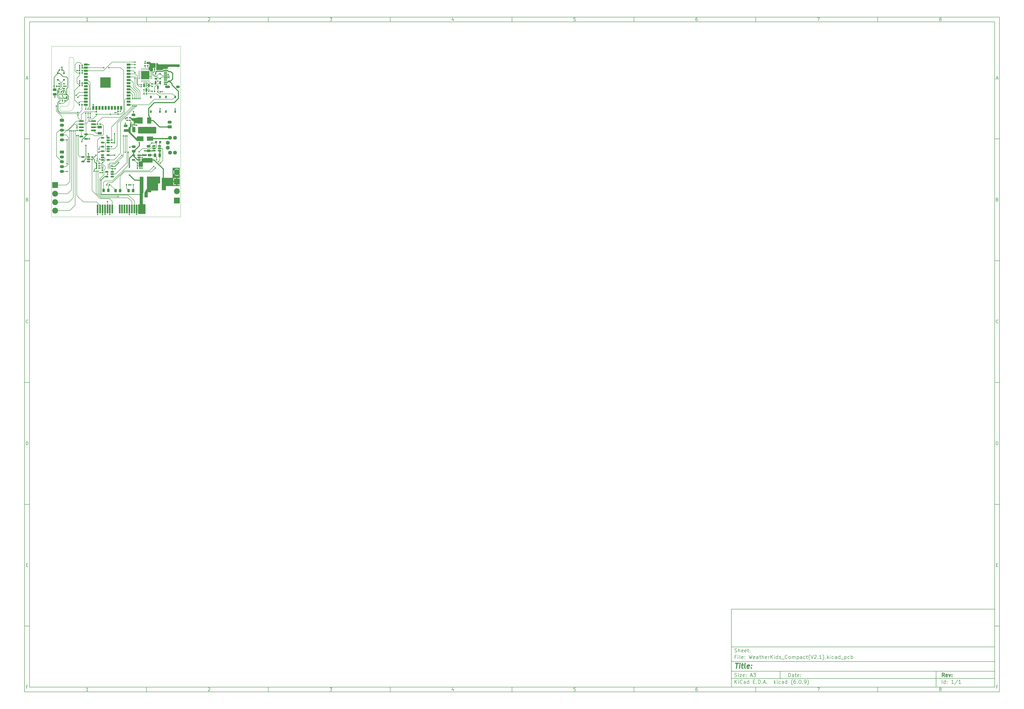
<source format=gbr>
%TF.GenerationSoftware,KiCad,Pcbnew,(6.0.9)*%
%TF.CreationDate,2023-07-16T00:02:42+05:30*%
%TF.ProjectId,WeatherKids_Compact(V2.1),57656174-6865-4724-9b69-64735f436f6d,rev?*%
%TF.SameCoordinates,Original*%
%TF.FileFunction,Copper,L1,Top*%
%TF.FilePolarity,Positive*%
%FSLAX46Y46*%
G04 Gerber Fmt 4.6, Leading zero omitted, Abs format (unit mm)*
G04 Created by KiCad (PCBNEW (6.0.9)) date 2023-07-16 00:02:42*
%MOMM*%
%LPD*%
G01*
G04 APERTURE LIST*
G04 Aperture macros list*
%AMRoundRect*
0 Rectangle with rounded corners*
0 $1 Rounding radius*
0 $2 $3 $4 $5 $6 $7 $8 $9 X,Y pos of 4 corners*
0 Add a 4 corners polygon primitive as box body*
4,1,4,$2,$3,$4,$5,$6,$7,$8,$9,$2,$3,0*
0 Add four circle primitives for the rounded corners*
1,1,$1+$1,$2,$3*
1,1,$1+$1,$4,$5*
1,1,$1+$1,$6,$7*
1,1,$1+$1,$8,$9*
0 Add four rect primitives between the rounded corners*
20,1,$1+$1,$2,$3,$4,$5,0*
20,1,$1+$1,$4,$5,$6,$7,0*
20,1,$1+$1,$6,$7,$8,$9,0*
20,1,$1+$1,$8,$9,$2,$3,0*%
G04 Aperture macros list end*
%ADD10C,0.100000*%
%ADD11C,0.150000*%
%ADD12C,0.300000*%
%ADD13C,0.400000*%
%TA.AperFunction,Profile*%
%ADD14C,0.050000*%
%TD*%
%TA.AperFunction,SMDPad,CuDef*%
%ADD15RoundRect,0.150000X0.512500X0.150000X-0.512500X0.150000X-0.512500X-0.150000X0.512500X-0.150000X0*%
%TD*%
%TA.AperFunction,SMDPad,CuDef*%
%ADD16RoundRect,0.135000X0.135000X0.185000X-0.135000X0.185000X-0.135000X-0.185000X0.135000X-0.185000X0*%
%TD*%
%TA.AperFunction,SMDPad,CuDef*%
%ADD17RoundRect,0.250000X0.475000X-0.250000X0.475000X0.250000X-0.475000X0.250000X-0.475000X-0.250000X0*%
%TD*%
%TA.AperFunction,SMDPad,CuDef*%
%ADD18RoundRect,0.135000X-0.185000X0.135000X-0.185000X-0.135000X0.185000X-0.135000X0.185000X0.135000X0*%
%TD*%
%TA.AperFunction,SMDPad,CuDef*%
%ADD19RoundRect,0.135000X0.185000X-0.135000X0.185000X0.135000X-0.185000X0.135000X-0.185000X-0.135000X0*%
%TD*%
%TA.AperFunction,SMDPad,CuDef*%
%ADD20RoundRect,0.140000X-0.140000X-0.170000X0.140000X-0.170000X0.140000X0.170000X-0.140000X0.170000X0*%
%TD*%
%TA.AperFunction,SMDPad,CuDef*%
%ADD21RoundRect,0.187500X-0.187500X0.312500X-0.187500X-0.312500X0.187500X-0.312500X0.187500X0.312500X0*%
%TD*%
%TA.AperFunction,SMDPad,CuDef*%
%ADD22RoundRect,0.135000X-0.135000X-0.185000X0.135000X-0.185000X0.135000X0.185000X-0.135000X0.185000X0*%
%TD*%
%TA.AperFunction,SMDPad,CuDef*%
%ADD23R,1.800000X2.500000*%
%TD*%
%TA.AperFunction,SMDPad,CuDef*%
%ADD24R,2.000000X0.800000*%
%TD*%
%TA.AperFunction,SMDPad,CuDef*%
%ADD25RoundRect,0.200000X0.200000X0.275000X-0.200000X0.275000X-0.200000X-0.275000X0.200000X-0.275000X0*%
%TD*%
%TA.AperFunction,SMDPad,CuDef*%
%ADD26RoundRect,0.062500X0.337500X0.062500X-0.337500X0.062500X-0.337500X-0.062500X0.337500X-0.062500X0*%
%TD*%
%TA.AperFunction,SMDPad,CuDef*%
%ADD27RoundRect,0.062500X0.062500X0.337500X-0.062500X0.337500X-0.062500X-0.337500X0.062500X-0.337500X0*%
%TD*%
%TA.AperFunction,SMDPad,CuDef*%
%ADD28R,3.350000X3.350000*%
%TD*%
%TA.AperFunction,SMDPad,CuDef*%
%ADD29RoundRect,0.150000X0.587500X0.150000X-0.587500X0.150000X-0.587500X-0.150000X0.587500X-0.150000X0*%
%TD*%
%TA.AperFunction,SMDPad,CuDef*%
%ADD30R,2.500000X1.800000*%
%TD*%
%TA.AperFunction,SMDPad,CuDef*%
%ADD31RoundRect,0.250000X-0.250000X-0.475000X0.250000X-0.475000X0.250000X0.475000X-0.250000X0.475000X0*%
%TD*%
%TA.AperFunction,SMDPad,CuDef*%
%ADD32RoundRect,0.243750X-0.243750X-0.456250X0.243750X-0.456250X0.243750X0.456250X-0.243750X0.456250X0*%
%TD*%
%TA.AperFunction,SMDPad,CuDef*%
%ADD33RoundRect,0.250000X0.250000X0.475000X-0.250000X0.475000X-0.250000X-0.475000X0.250000X-0.475000X0*%
%TD*%
%TA.AperFunction,SMDPad,CuDef*%
%ADD34RoundRect,0.140000X-0.170000X0.140000X-0.170000X-0.140000X0.170000X-0.140000X0.170000X0.140000X0*%
%TD*%
%TA.AperFunction,SMDPad,CuDef*%
%ADD35RoundRect,0.150000X0.825000X0.150000X-0.825000X0.150000X-0.825000X-0.150000X0.825000X-0.150000X0*%
%TD*%
%TA.AperFunction,ComponentPad*%
%ADD36R,2.400000X2.400000*%
%TD*%
%TA.AperFunction,ComponentPad*%
%ADD37C,2.400000*%
%TD*%
%TA.AperFunction,SMDPad,CuDef*%
%ADD38RoundRect,0.250000X-0.412500X-0.925000X0.412500X-0.925000X0.412500X0.925000X-0.412500X0.925000X0*%
%TD*%
%TA.AperFunction,SMDPad,CuDef*%
%ADD39RoundRect,0.150000X-0.512500X-0.150000X0.512500X-0.150000X0.512500X0.150000X-0.512500X0.150000X0*%
%TD*%
%TA.AperFunction,ComponentPad*%
%ADD40C,1.600000*%
%TD*%
%TA.AperFunction,SMDPad,CuDef*%
%ADD41RoundRect,0.140000X0.140000X0.170000X-0.140000X0.170000X-0.140000X-0.170000X0.140000X-0.170000X0*%
%TD*%
%TA.AperFunction,SMDPad,CuDef*%
%ADD42R,1.168400X0.254000*%
%TD*%
%TA.AperFunction,SMDPad,CuDef*%
%ADD43R,1.450000X0.600000*%
%TD*%
%TA.AperFunction,SMDPad,CuDef*%
%ADD44R,1.450000X0.300000*%
%TD*%
%TA.AperFunction,ComponentPad*%
%ADD45O,1.600000X1.000000*%
%TD*%
%TA.AperFunction,ComponentPad*%
%ADD46O,2.100000X1.000000*%
%TD*%
%TA.AperFunction,SMDPad,CuDef*%
%ADD47RoundRect,0.243750X0.243750X0.456250X-0.243750X0.456250X-0.243750X-0.456250X0.243750X-0.456250X0*%
%TD*%
%TA.AperFunction,ComponentPad*%
%ADD48RoundRect,0.250000X-0.625000X0.350000X-0.625000X-0.350000X0.625000X-0.350000X0.625000X0.350000X0*%
%TD*%
%TA.AperFunction,ComponentPad*%
%ADD49O,1.750000X1.200000*%
%TD*%
%TA.AperFunction,SMDPad,CuDef*%
%ADD50R,0.800000X0.800000*%
%TD*%
%TA.AperFunction,SMDPad,CuDef*%
%ADD51R,0.700000X3.600000*%
%TD*%
%TA.AperFunction,SMDPad,CuDef*%
%ADD52RoundRect,0.150000X-0.150000X0.587500X-0.150000X-0.587500X0.150000X-0.587500X0.150000X0.587500X0*%
%TD*%
%TA.AperFunction,SMDPad,CuDef*%
%ADD53R,1.500000X0.900000*%
%TD*%
%TA.AperFunction,SMDPad,CuDef*%
%ADD54R,0.900000X1.500000*%
%TD*%
%TA.AperFunction,ComponentPad*%
%ADD55C,0.600000*%
%TD*%
%TA.AperFunction,SMDPad,CuDef*%
%ADD56R,1.050000X1.050000*%
%TD*%
%TA.AperFunction,SMDPad,CuDef*%
%ADD57R,4.200000X4.200000*%
%TD*%
%TA.AperFunction,SMDPad,CuDef*%
%ADD58R,0.350000X0.500000*%
%TD*%
%TA.AperFunction,SMDPad,CuDef*%
%ADD59R,0.800000X0.500000*%
%TD*%
%TA.AperFunction,SMDPad,CuDef*%
%ADD60R,0.800000X2.000000*%
%TD*%
%TA.AperFunction,SMDPad,CuDef*%
%ADD61R,1.800000X1.000000*%
%TD*%
%TA.AperFunction,SMDPad,CuDef*%
%ADD62RoundRect,0.140000X0.170000X-0.140000X0.170000X0.140000X-0.170000X0.140000X-0.170000X-0.140000X0*%
%TD*%
%TA.AperFunction,ComponentPad*%
%ADD63RoundRect,0.250000X0.625000X-0.350000X0.625000X0.350000X-0.625000X0.350000X-0.625000X-0.350000X0*%
%TD*%
%TA.AperFunction,SMDPad,CuDef*%
%ADD64RoundRect,0.250000X0.412500X0.925000X-0.412500X0.925000X-0.412500X-0.925000X0.412500X-0.925000X0*%
%TD*%
%TA.AperFunction,SMDPad,CuDef*%
%ADD65RoundRect,0.250000X-0.475000X0.250000X-0.475000X-0.250000X0.475000X-0.250000X0.475000X0.250000X0*%
%TD*%
%TA.AperFunction,SMDPad,CuDef*%
%ADD66R,0.670001X0.299999*%
%TD*%
%TA.AperFunction,SMDPad,CuDef*%
%ADD67R,1.000000X0.700000*%
%TD*%
%TA.AperFunction,SMDPad,CuDef*%
%ADD68R,0.600000X0.700000*%
%TD*%
%TA.AperFunction,ViaPad*%
%ADD69C,0.600000*%
%TD*%
%TA.AperFunction,Conductor*%
%ADD70C,0.127000*%
%TD*%
%TA.AperFunction,Conductor*%
%ADD71C,0.203200*%
%TD*%
%TA.AperFunction,Conductor*%
%ADD72C,0.254000*%
%TD*%
%TA.AperFunction,Conductor*%
%ADD73C,0.381000*%
%TD*%
%TA.AperFunction,Conductor*%
%ADD74C,0.508000*%
%TD*%
G04 APERTURE END LIST*
D10*
D11*
X299989000Y-253002200D02*
X299989000Y-285002200D01*
X407989000Y-285002200D01*
X407989000Y-253002200D01*
X299989000Y-253002200D01*
D10*
D11*
X10000000Y-10000000D02*
X10000000Y-287002200D01*
X409989000Y-287002200D01*
X409989000Y-10000000D01*
X10000000Y-10000000D01*
D10*
D11*
X12000000Y-12000000D02*
X12000000Y-285002200D01*
X407989000Y-285002200D01*
X407989000Y-12000000D01*
X12000000Y-12000000D01*
D10*
D11*
X60000000Y-12000000D02*
X60000000Y-10000000D01*
D10*
D11*
X110000000Y-12000000D02*
X110000000Y-10000000D01*
D10*
D11*
X160000000Y-12000000D02*
X160000000Y-10000000D01*
D10*
D11*
X210000000Y-12000000D02*
X210000000Y-10000000D01*
D10*
D11*
X260000000Y-12000000D02*
X260000000Y-10000000D01*
D10*
D11*
X310000000Y-12000000D02*
X310000000Y-10000000D01*
D10*
D11*
X360000000Y-12000000D02*
X360000000Y-10000000D01*
D10*
D11*
X36065476Y-11588095D02*
X35322619Y-11588095D01*
X35694047Y-11588095D02*
X35694047Y-10288095D01*
X35570238Y-10473809D01*
X35446428Y-10597619D01*
X35322619Y-10659523D01*
D10*
D11*
X85322619Y-10411904D02*
X85384523Y-10350000D01*
X85508333Y-10288095D01*
X85817857Y-10288095D01*
X85941666Y-10350000D01*
X86003571Y-10411904D01*
X86065476Y-10535714D01*
X86065476Y-10659523D01*
X86003571Y-10845238D01*
X85260714Y-11588095D01*
X86065476Y-11588095D01*
D10*
D11*
X135260714Y-10288095D02*
X136065476Y-10288095D01*
X135632142Y-10783333D01*
X135817857Y-10783333D01*
X135941666Y-10845238D01*
X136003571Y-10907142D01*
X136065476Y-11030952D01*
X136065476Y-11340476D01*
X136003571Y-11464285D01*
X135941666Y-11526190D01*
X135817857Y-11588095D01*
X135446428Y-11588095D01*
X135322619Y-11526190D01*
X135260714Y-11464285D01*
D10*
D11*
X185941666Y-10721428D02*
X185941666Y-11588095D01*
X185632142Y-10226190D02*
X185322619Y-11154761D01*
X186127380Y-11154761D01*
D10*
D11*
X236003571Y-10288095D02*
X235384523Y-10288095D01*
X235322619Y-10907142D01*
X235384523Y-10845238D01*
X235508333Y-10783333D01*
X235817857Y-10783333D01*
X235941666Y-10845238D01*
X236003571Y-10907142D01*
X236065476Y-11030952D01*
X236065476Y-11340476D01*
X236003571Y-11464285D01*
X235941666Y-11526190D01*
X235817857Y-11588095D01*
X235508333Y-11588095D01*
X235384523Y-11526190D01*
X235322619Y-11464285D01*
D10*
D11*
X285941666Y-10288095D02*
X285694047Y-10288095D01*
X285570238Y-10350000D01*
X285508333Y-10411904D01*
X285384523Y-10597619D01*
X285322619Y-10845238D01*
X285322619Y-11340476D01*
X285384523Y-11464285D01*
X285446428Y-11526190D01*
X285570238Y-11588095D01*
X285817857Y-11588095D01*
X285941666Y-11526190D01*
X286003571Y-11464285D01*
X286065476Y-11340476D01*
X286065476Y-11030952D01*
X286003571Y-10907142D01*
X285941666Y-10845238D01*
X285817857Y-10783333D01*
X285570238Y-10783333D01*
X285446428Y-10845238D01*
X285384523Y-10907142D01*
X285322619Y-11030952D01*
D10*
D11*
X335260714Y-10288095D02*
X336127380Y-10288095D01*
X335570238Y-11588095D01*
D10*
D11*
X385570238Y-10845238D02*
X385446428Y-10783333D01*
X385384523Y-10721428D01*
X385322619Y-10597619D01*
X385322619Y-10535714D01*
X385384523Y-10411904D01*
X385446428Y-10350000D01*
X385570238Y-10288095D01*
X385817857Y-10288095D01*
X385941666Y-10350000D01*
X386003571Y-10411904D01*
X386065476Y-10535714D01*
X386065476Y-10597619D01*
X386003571Y-10721428D01*
X385941666Y-10783333D01*
X385817857Y-10845238D01*
X385570238Y-10845238D01*
X385446428Y-10907142D01*
X385384523Y-10969047D01*
X385322619Y-11092857D01*
X385322619Y-11340476D01*
X385384523Y-11464285D01*
X385446428Y-11526190D01*
X385570238Y-11588095D01*
X385817857Y-11588095D01*
X385941666Y-11526190D01*
X386003571Y-11464285D01*
X386065476Y-11340476D01*
X386065476Y-11092857D01*
X386003571Y-10969047D01*
X385941666Y-10907142D01*
X385817857Y-10845238D01*
D10*
D11*
X60000000Y-285002200D02*
X60000000Y-287002200D01*
D10*
D11*
X110000000Y-285002200D02*
X110000000Y-287002200D01*
D10*
D11*
X160000000Y-285002200D02*
X160000000Y-287002200D01*
D10*
D11*
X210000000Y-285002200D02*
X210000000Y-287002200D01*
D10*
D11*
X260000000Y-285002200D02*
X260000000Y-287002200D01*
D10*
D11*
X310000000Y-285002200D02*
X310000000Y-287002200D01*
D10*
D11*
X360000000Y-285002200D02*
X360000000Y-287002200D01*
D10*
D11*
X36065476Y-286590295D02*
X35322619Y-286590295D01*
X35694047Y-286590295D02*
X35694047Y-285290295D01*
X35570238Y-285476009D01*
X35446428Y-285599819D01*
X35322619Y-285661723D01*
D10*
D11*
X85322619Y-285414104D02*
X85384523Y-285352200D01*
X85508333Y-285290295D01*
X85817857Y-285290295D01*
X85941666Y-285352200D01*
X86003571Y-285414104D01*
X86065476Y-285537914D01*
X86065476Y-285661723D01*
X86003571Y-285847438D01*
X85260714Y-286590295D01*
X86065476Y-286590295D01*
D10*
D11*
X135260714Y-285290295D02*
X136065476Y-285290295D01*
X135632142Y-285785533D01*
X135817857Y-285785533D01*
X135941666Y-285847438D01*
X136003571Y-285909342D01*
X136065476Y-286033152D01*
X136065476Y-286342676D01*
X136003571Y-286466485D01*
X135941666Y-286528390D01*
X135817857Y-286590295D01*
X135446428Y-286590295D01*
X135322619Y-286528390D01*
X135260714Y-286466485D01*
D10*
D11*
X185941666Y-285723628D02*
X185941666Y-286590295D01*
X185632142Y-285228390D02*
X185322619Y-286156961D01*
X186127380Y-286156961D01*
D10*
D11*
X236003571Y-285290295D02*
X235384523Y-285290295D01*
X235322619Y-285909342D01*
X235384523Y-285847438D01*
X235508333Y-285785533D01*
X235817857Y-285785533D01*
X235941666Y-285847438D01*
X236003571Y-285909342D01*
X236065476Y-286033152D01*
X236065476Y-286342676D01*
X236003571Y-286466485D01*
X235941666Y-286528390D01*
X235817857Y-286590295D01*
X235508333Y-286590295D01*
X235384523Y-286528390D01*
X235322619Y-286466485D01*
D10*
D11*
X285941666Y-285290295D02*
X285694047Y-285290295D01*
X285570238Y-285352200D01*
X285508333Y-285414104D01*
X285384523Y-285599819D01*
X285322619Y-285847438D01*
X285322619Y-286342676D01*
X285384523Y-286466485D01*
X285446428Y-286528390D01*
X285570238Y-286590295D01*
X285817857Y-286590295D01*
X285941666Y-286528390D01*
X286003571Y-286466485D01*
X286065476Y-286342676D01*
X286065476Y-286033152D01*
X286003571Y-285909342D01*
X285941666Y-285847438D01*
X285817857Y-285785533D01*
X285570238Y-285785533D01*
X285446428Y-285847438D01*
X285384523Y-285909342D01*
X285322619Y-286033152D01*
D10*
D11*
X335260714Y-285290295D02*
X336127380Y-285290295D01*
X335570238Y-286590295D01*
D10*
D11*
X385570238Y-285847438D02*
X385446428Y-285785533D01*
X385384523Y-285723628D01*
X385322619Y-285599819D01*
X385322619Y-285537914D01*
X385384523Y-285414104D01*
X385446428Y-285352200D01*
X385570238Y-285290295D01*
X385817857Y-285290295D01*
X385941666Y-285352200D01*
X386003571Y-285414104D01*
X386065476Y-285537914D01*
X386065476Y-285599819D01*
X386003571Y-285723628D01*
X385941666Y-285785533D01*
X385817857Y-285847438D01*
X385570238Y-285847438D01*
X385446428Y-285909342D01*
X385384523Y-285971247D01*
X385322619Y-286095057D01*
X385322619Y-286342676D01*
X385384523Y-286466485D01*
X385446428Y-286528390D01*
X385570238Y-286590295D01*
X385817857Y-286590295D01*
X385941666Y-286528390D01*
X386003571Y-286466485D01*
X386065476Y-286342676D01*
X386065476Y-286095057D01*
X386003571Y-285971247D01*
X385941666Y-285909342D01*
X385817857Y-285847438D01*
D10*
D11*
X10000000Y-60000000D02*
X12000000Y-60000000D01*
D10*
D11*
X10000000Y-110000000D02*
X12000000Y-110000000D01*
D10*
D11*
X10000000Y-160000000D02*
X12000000Y-160000000D01*
D10*
D11*
X10000000Y-210000000D02*
X12000000Y-210000000D01*
D10*
D11*
X10000000Y-260000000D02*
X12000000Y-260000000D01*
D10*
D11*
X10690476Y-35216666D02*
X11309523Y-35216666D01*
X10566666Y-35588095D02*
X11000000Y-34288095D01*
X11433333Y-35588095D01*
D10*
D11*
X11092857Y-84907142D02*
X11278571Y-84969047D01*
X11340476Y-85030952D01*
X11402380Y-85154761D01*
X11402380Y-85340476D01*
X11340476Y-85464285D01*
X11278571Y-85526190D01*
X11154761Y-85588095D01*
X10659523Y-85588095D01*
X10659523Y-84288095D01*
X11092857Y-84288095D01*
X11216666Y-84350000D01*
X11278571Y-84411904D01*
X11340476Y-84535714D01*
X11340476Y-84659523D01*
X11278571Y-84783333D01*
X11216666Y-84845238D01*
X11092857Y-84907142D01*
X10659523Y-84907142D01*
D10*
D11*
X11402380Y-135464285D02*
X11340476Y-135526190D01*
X11154761Y-135588095D01*
X11030952Y-135588095D01*
X10845238Y-135526190D01*
X10721428Y-135402380D01*
X10659523Y-135278571D01*
X10597619Y-135030952D01*
X10597619Y-134845238D01*
X10659523Y-134597619D01*
X10721428Y-134473809D01*
X10845238Y-134350000D01*
X11030952Y-134288095D01*
X11154761Y-134288095D01*
X11340476Y-134350000D01*
X11402380Y-134411904D01*
D10*
D11*
X10659523Y-185588095D02*
X10659523Y-184288095D01*
X10969047Y-184288095D01*
X11154761Y-184350000D01*
X11278571Y-184473809D01*
X11340476Y-184597619D01*
X11402380Y-184845238D01*
X11402380Y-185030952D01*
X11340476Y-185278571D01*
X11278571Y-185402380D01*
X11154761Y-185526190D01*
X10969047Y-185588095D01*
X10659523Y-185588095D01*
D10*
D11*
X10721428Y-234907142D02*
X11154761Y-234907142D01*
X11340476Y-235588095D02*
X10721428Y-235588095D01*
X10721428Y-234288095D01*
X11340476Y-234288095D01*
D10*
D11*
X11185714Y-284907142D02*
X10752380Y-284907142D01*
X10752380Y-285588095D02*
X10752380Y-284288095D01*
X11371428Y-284288095D01*
D10*
D11*
X409989000Y-60000000D02*
X407989000Y-60000000D01*
D10*
D11*
X409989000Y-110000000D02*
X407989000Y-110000000D01*
D10*
D11*
X409989000Y-160000000D02*
X407989000Y-160000000D01*
D10*
D11*
X409989000Y-210000000D02*
X407989000Y-210000000D01*
D10*
D11*
X409989000Y-260000000D02*
X407989000Y-260000000D01*
D10*
D11*
X408679476Y-35216666D02*
X409298523Y-35216666D01*
X408555666Y-35588095D02*
X408989000Y-34288095D01*
X409422333Y-35588095D01*
D10*
D11*
X409081857Y-84907142D02*
X409267571Y-84969047D01*
X409329476Y-85030952D01*
X409391380Y-85154761D01*
X409391380Y-85340476D01*
X409329476Y-85464285D01*
X409267571Y-85526190D01*
X409143761Y-85588095D01*
X408648523Y-85588095D01*
X408648523Y-84288095D01*
X409081857Y-84288095D01*
X409205666Y-84350000D01*
X409267571Y-84411904D01*
X409329476Y-84535714D01*
X409329476Y-84659523D01*
X409267571Y-84783333D01*
X409205666Y-84845238D01*
X409081857Y-84907142D01*
X408648523Y-84907142D01*
D10*
D11*
X409391380Y-135464285D02*
X409329476Y-135526190D01*
X409143761Y-135588095D01*
X409019952Y-135588095D01*
X408834238Y-135526190D01*
X408710428Y-135402380D01*
X408648523Y-135278571D01*
X408586619Y-135030952D01*
X408586619Y-134845238D01*
X408648523Y-134597619D01*
X408710428Y-134473809D01*
X408834238Y-134350000D01*
X409019952Y-134288095D01*
X409143761Y-134288095D01*
X409329476Y-134350000D01*
X409391380Y-134411904D01*
D10*
D11*
X408648523Y-185588095D02*
X408648523Y-184288095D01*
X408958047Y-184288095D01*
X409143761Y-184350000D01*
X409267571Y-184473809D01*
X409329476Y-184597619D01*
X409391380Y-184845238D01*
X409391380Y-185030952D01*
X409329476Y-185278571D01*
X409267571Y-185402380D01*
X409143761Y-185526190D01*
X408958047Y-185588095D01*
X408648523Y-185588095D01*
D10*
D11*
X408710428Y-234907142D02*
X409143761Y-234907142D01*
X409329476Y-235588095D02*
X408710428Y-235588095D01*
X408710428Y-234288095D01*
X409329476Y-234288095D01*
D10*
D11*
X409174714Y-284907142D02*
X408741380Y-284907142D01*
X408741380Y-285588095D02*
X408741380Y-284288095D01*
X409360428Y-284288095D01*
D10*
D11*
X323421142Y-280780771D02*
X323421142Y-279280771D01*
X323778285Y-279280771D01*
X323992571Y-279352200D01*
X324135428Y-279495057D01*
X324206857Y-279637914D01*
X324278285Y-279923628D01*
X324278285Y-280137914D01*
X324206857Y-280423628D01*
X324135428Y-280566485D01*
X323992571Y-280709342D01*
X323778285Y-280780771D01*
X323421142Y-280780771D01*
X325564000Y-280780771D02*
X325564000Y-279995057D01*
X325492571Y-279852200D01*
X325349714Y-279780771D01*
X325064000Y-279780771D01*
X324921142Y-279852200D01*
X325564000Y-280709342D02*
X325421142Y-280780771D01*
X325064000Y-280780771D01*
X324921142Y-280709342D01*
X324849714Y-280566485D01*
X324849714Y-280423628D01*
X324921142Y-280280771D01*
X325064000Y-280209342D01*
X325421142Y-280209342D01*
X325564000Y-280137914D01*
X326064000Y-279780771D02*
X326635428Y-279780771D01*
X326278285Y-279280771D02*
X326278285Y-280566485D01*
X326349714Y-280709342D01*
X326492571Y-280780771D01*
X326635428Y-280780771D01*
X327706857Y-280709342D02*
X327564000Y-280780771D01*
X327278285Y-280780771D01*
X327135428Y-280709342D01*
X327064000Y-280566485D01*
X327064000Y-279995057D01*
X327135428Y-279852200D01*
X327278285Y-279780771D01*
X327564000Y-279780771D01*
X327706857Y-279852200D01*
X327778285Y-279995057D01*
X327778285Y-280137914D01*
X327064000Y-280280771D01*
X328421142Y-280637914D02*
X328492571Y-280709342D01*
X328421142Y-280780771D01*
X328349714Y-280709342D01*
X328421142Y-280637914D01*
X328421142Y-280780771D01*
X328421142Y-279852200D02*
X328492571Y-279923628D01*
X328421142Y-279995057D01*
X328349714Y-279923628D01*
X328421142Y-279852200D01*
X328421142Y-279995057D01*
D10*
D11*
X299989000Y-281502200D02*
X407989000Y-281502200D01*
D10*
D11*
X301421142Y-283580771D02*
X301421142Y-282080771D01*
X302278285Y-283580771D02*
X301635428Y-282723628D01*
X302278285Y-282080771D02*
X301421142Y-282937914D01*
X302921142Y-283580771D02*
X302921142Y-282580771D01*
X302921142Y-282080771D02*
X302849714Y-282152200D01*
X302921142Y-282223628D01*
X302992571Y-282152200D01*
X302921142Y-282080771D01*
X302921142Y-282223628D01*
X304492571Y-283437914D02*
X304421142Y-283509342D01*
X304206857Y-283580771D01*
X304064000Y-283580771D01*
X303849714Y-283509342D01*
X303706857Y-283366485D01*
X303635428Y-283223628D01*
X303564000Y-282937914D01*
X303564000Y-282723628D01*
X303635428Y-282437914D01*
X303706857Y-282295057D01*
X303849714Y-282152200D01*
X304064000Y-282080771D01*
X304206857Y-282080771D01*
X304421142Y-282152200D01*
X304492571Y-282223628D01*
X305778285Y-283580771D02*
X305778285Y-282795057D01*
X305706857Y-282652200D01*
X305564000Y-282580771D01*
X305278285Y-282580771D01*
X305135428Y-282652200D01*
X305778285Y-283509342D02*
X305635428Y-283580771D01*
X305278285Y-283580771D01*
X305135428Y-283509342D01*
X305064000Y-283366485D01*
X305064000Y-283223628D01*
X305135428Y-283080771D01*
X305278285Y-283009342D01*
X305635428Y-283009342D01*
X305778285Y-282937914D01*
X307135428Y-283580771D02*
X307135428Y-282080771D01*
X307135428Y-283509342D02*
X306992571Y-283580771D01*
X306706857Y-283580771D01*
X306564000Y-283509342D01*
X306492571Y-283437914D01*
X306421142Y-283295057D01*
X306421142Y-282866485D01*
X306492571Y-282723628D01*
X306564000Y-282652200D01*
X306706857Y-282580771D01*
X306992571Y-282580771D01*
X307135428Y-282652200D01*
X308992571Y-282795057D02*
X309492571Y-282795057D01*
X309706857Y-283580771D02*
X308992571Y-283580771D01*
X308992571Y-282080771D01*
X309706857Y-282080771D01*
X310349714Y-283437914D02*
X310421142Y-283509342D01*
X310349714Y-283580771D01*
X310278285Y-283509342D01*
X310349714Y-283437914D01*
X310349714Y-283580771D01*
X311064000Y-283580771D02*
X311064000Y-282080771D01*
X311421142Y-282080771D01*
X311635428Y-282152200D01*
X311778285Y-282295057D01*
X311849714Y-282437914D01*
X311921142Y-282723628D01*
X311921142Y-282937914D01*
X311849714Y-283223628D01*
X311778285Y-283366485D01*
X311635428Y-283509342D01*
X311421142Y-283580771D01*
X311064000Y-283580771D01*
X312564000Y-283437914D02*
X312635428Y-283509342D01*
X312564000Y-283580771D01*
X312492571Y-283509342D01*
X312564000Y-283437914D01*
X312564000Y-283580771D01*
X313206857Y-283152200D02*
X313921142Y-283152200D01*
X313064000Y-283580771D02*
X313564000Y-282080771D01*
X314064000Y-283580771D01*
X314564000Y-283437914D02*
X314635428Y-283509342D01*
X314564000Y-283580771D01*
X314492571Y-283509342D01*
X314564000Y-283437914D01*
X314564000Y-283580771D01*
X317564000Y-283580771D02*
X317564000Y-282080771D01*
X317706857Y-283009342D02*
X318135428Y-283580771D01*
X318135428Y-282580771D02*
X317564000Y-283152200D01*
X318778285Y-283580771D02*
X318778285Y-282580771D01*
X318778285Y-282080771D02*
X318706857Y-282152200D01*
X318778285Y-282223628D01*
X318849714Y-282152200D01*
X318778285Y-282080771D01*
X318778285Y-282223628D01*
X320135428Y-283509342D02*
X319992571Y-283580771D01*
X319706857Y-283580771D01*
X319564000Y-283509342D01*
X319492571Y-283437914D01*
X319421142Y-283295057D01*
X319421142Y-282866485D01*
X319492571Y-282723628D01*
X319564000Y-282652200D01*
X319706857Y-282580771D01*
X319992571Y-282580771D01*
X320135428Y-282652200D01*
X321421142Y-283580771D02*
X321421142Y-282795057D01*
X321349714Y-282652200D01*
X321206857Y-282580771D01*
X320921142Y-282580771D01*
X320778285Y-282652200D01*
X321421142Y-283509342D02*
X321278285Y-283580771D01*
X320921142Y-283580771D01*
X320778285Y-283509342D01*
X320706857Y-283366485D01*
X320706857Y-283223628D01*
X320778285Y-283080771D01*
X320921142Y-283009342D01*
X321278285Y-283009342D01*
X321421142Y-282937914D01*
X322778285Y-283580771D02*
X322778285Y-282080771D01*
X322778285Y-283509342D02*
X322635428Y-283580771D01*
X322349714Y-283580771D01*
X322206857Y-283509342D01*
X322135428Y-283437914D01*
X322064000Y-283295057D01*
X322064000Y-282866485D01*
X322135428Y-282723628D01*
X322206857Y-282652200D01*
X322349714Y-282580771D01*
X322635428Y-282580771D01*
X322778285Y-282652200D01*
X325064000Y-284152200D02*
X324992571Y-284080771D01*
X324849714Y-283866485D01*
X324778285Y-283723628D01*
X324706857Y-283509342D01*
X324635428Y-283152200D01*
X324635428Y-282866485D01*
X324706857Y-282509342D01*
X324778285Y-282295057D01*
X324849714Y-282152200D01*
X324992571Y-281937914D01*
X325064000Y-281866485D01*
X326278285Y-282080771D02*
X325992571Y-282080771D01*
X325849714Y-282152200D01*
X325778285Y-282223628D01*
X325635428Y-282437914D01*
X325564000Y-282723628D01*
X325564000Y-283295057D01*
X325635428Y-283437914D01*
X325706857Y-283509342D01*
X325849714Y-283580771D01*
X326135428Y-283580771D01*
X326278285Y-283509342D01*
X326349714Y-283437914D01*
X326421142Y-283295057D01*
X326421142Y-282937914D01*
X326349714Y-282795057D01*
X326278285Y-282723628D01*
X326135428Y-282652200D01*
X325849714Y-282652200D01*
X325706857Y-282723628D01*
X325635428Y-282795057D01*
X325564000Y-282937914D01*
X327064000Y-283437914D02*
X327135428Y-283509342D01*
X327064000Y-283580771D01*
X326992571Y-283509342D01*
X327064000Y-283437914D01*
X327064000Y-283580771D01*
X328064000Y-282080771D02*
X328206857Y-282080771D01*
X328349714Y-282152200D01*
X328421142Y-282223628D01*
X328492571Y-282366485D01*
X328564000Y-282652200D01*
X328564000Y-283009342D01*
X328492571Y-283295057D01*
X328421142Y-283437914D01*
X328349714Y-283509342D01*
X328206857Y-283580771D01*
X328064000Y-283580771D01*
X327921142Y-283509342D01*
X327849714Y-283437914D01*
X327778285Y-283295057D01*
X327706857Y-283009342D01*
X327706857Y-282652200D01*
X327778285Y-282366485D01*
X327849714Y-282223628D01*
X327921142Y-282152200D01*
X328064000Y-282080771D01*
X329206857Y-283437914D02*
X329278285Y-283509342D01*
X329206857Y-283580771D01*
X329135428Y-283509342D01*
X329206857Y-283437914D01*
X329206857Y-283580771D01*
X329992571Y-283580771D02*
X330278285Y-283580771D01*
X330421142Y-283509342D01*
X330492571Y-283437914D01*
X330635428Y-283223628D01*
X330706857Y-282937914D01*
X330706857Y-282366485D01*
X330635428Y-282223628D01*
X330564000Y-282152200D01*
X330421142Y-282080771D01*
X330135428Y-282080771D01*
X329992571Y-282152200D01*
X329921142Y-282223628D01*
X329849714Y-282366485D01*
X329849714Y-282723628D01*
X329921142Y-282866485D01*
X329992571Y-282937914D01*
X330135428Y-283009342D01*
X330421142Y-283009342D01*
X330564000Y-282937914D01*
X330635428Y-282866485D01*
X330706857Y-282723628D01*
X331206857Y-284152200D02*
X331278285Y-284080771D01*
X331421142Y-283866485D01*
X331492571Y-283723628D01*
X331564000Y-283509342D01*
X331635428Y-283152200D01*
X331635428Y-282866485D01*
X331564000Y-282509342D01*
X331492571Y-282295057D01*
X331421142Y-282152200D01*
X331278285Y-281937914D01*
X331206857Y-281866485D01*
D10*
D11*
X299989000Y-278502200D02*
X407989000Y-278502200D01*
D10*
D12*
X387398285Y-280780771D02*
X386898285Y-280066485D01*
X386541142Y-280780771D02*
X386541142Y-279280771D01*
X387112571Y-279280771D01*
X387255428Y-279352200D01*
X387326857Y-279423628D01*
X387398285Y-279566485D01*
X387398285Y-279780771D01*
X387326857Y-279923628D01*
X387255428Y-279995057D01*
X387112571Y-280066485D01*
X386541142Y-280066485D01*
X388612571Y-280709342D02*
X388469714Y-280780771D01*
X388184000Y-280780771D01*
X388041142Y-280709342D01*
X387969714Y-280566485D01*
X387969714Y-279995057D01*
X388041142Y-279852200D01*
X388184000Y-279780771D01*
X388469714Y-279780771D01*
X388612571Y-279852200D01*
X388684000Y-279995057D01*
X388684000Y-280137914D01*
X387969714Y-280280771D01*
X389184000Y-279780771D02*
X389541142Y-280780771D01*
X389898285Y-279780771D01*
X390469714Y-280637914D02*
X390541142Y-280709342D01*
X390469714Y-280780771D01*
X390398285Y-280709342D01*
X390469714Y-280637914D01*
X390469714Y-280780771D01*
X390469714Y-279852200D02*
X390541142Y-279923628D01*
X390469714Y-279995057D01*
X390398285Y-279923628D01*
X390469714Y-279852200D01*
X390469714Y-279995057D01*
D10*
D11*
X301349714Y-280709342D02*
X301564000Y-280780771D01*
X301921142Y-280780771D01*
X302064000Y-280709342D01*
X302135428Y-280637914D01*
X302206857Y-280495057D01*
X302206857Y-280352200D01*
X302135428Y-280209342D01*
X302064000Y-280137914D01*
X301921142Y-280066485D01*
X301635428Y-279995057D01*
X301492571Y-279923628D01*
X301421142Y-279852200D01*
X301349714Y-279709342D01*
X301349714Y-279566485D01*
X301421142Y-279423628D01*
X301492571Y-279352200D01*
X301635428Y-279280771D01*
X301992571Y-279280771D01*
X302206857Y-279352200D01*
X302849714Y-280780771D02*
X302849714Y-279780771D01*
X302849714Y-279280771D02*
X302778285Y-279352200D01*
X302849714Y-279423628D01*
X302921142Y-279352200D01*
X302849714Y-279280771D01*
X302849714Y-279423628D01*
X303421142Y-279780771D02*
X304206857Y-279780771D01*
X303421142Y-280780771D01*
X304206857Y-280780771D01*
X305349714Y-280709342D02*
X305206857Y-280780771D01*
X304921142Y-280780771D01*
X304778285Y-280709342D01*
X304706857Y-280566485D01*
X304706857Y-279995057D01*
X304778285Y-279852200D01*
X304921142Y-279780771D01*
X305206857Y-279780771D01*
X305349714Y-279852200D01*
X305421142Y-279995057D01*
X305421142Y-280137914D01*
X304706857Y-280280771D01*
X306064000Y-280637914D02*
X306135428Y-280709342D01*
X306064000Y-280780771D01*
X305992571Y-280709342D01*
X306064000Y-280637914D01*
X306064000Y-280780771D01*
X306064000Y-279852200D02*
X306135428Y-279923628D01*
X306064000Y-279995057D01*
X305992571Y-279923628D01*
X306064000Y-279852200D01*
X306064000Y-279995057D01*
X307849714Y-280352200D02*
X308564000Y-280352200D01*
X307706857Y-280780771D02*
X308206857Y-279280771D01*
X308706857Y-280780771D01*
X309064000Y-279280771D02*
X309992571Y-279280771D01*
X309492571Y-279852200D01*
X309706857Y-279852200D01*
X309849714Y-279923628D01*
X309921142Y-279995057D01*
X309992571Y-280137914D01*
X309992571Y-280495057D01*
X309921142Y-280637914D01*
X309849714Y-280709342D01*
X309706857Y-280780771D01*
X309278285Y-280780771D01*
X309135428Y-280709342D01*
X309064000Y-280637914D01*
D10*
D11*
X386421142Y-283580771D02*
X386421142Y-282080771D01*
X387778285Y-283580771D02*
X387778285Y-282080771D01*
X387778285Y-283509342D02*
X387635428Y-283580771D01*
X387349714Y-283580771D01*
X387206857Y-283509342D01*
X387135428Y-283437914D01*
X387064000Y-283295057D01*
X387064000Y-282866485D01*
X387135428Y-282723628D01*
X387206857Y-282652200D01*
X387349714Y-282580771D01*
X387635428Y-282580771D01*
X387778285Y-282652200D01*
X388492571Y-283437914D02*
X388564000Y-283509342D01*
X388492571Y-283580771D01*
X388421142Y-283509342D01*
X388492571Y-283437914D01*
X388492571Y-283580771D01*
X388492571Y-282652200D02*
X388564000Y-282723628D01*
X388492571Y-282795057D01*
X388421142Y-282723628D01*
X388492571Y-282652200D01*
X388492571Y-282795057D01*
X391135428Y-283580771D02*
X390278285Y-283580771D01*
X390706857Y-283580771D02*
X390706857Y-282080771D01*
X390564000Y-282295057D01*
X390421142Y-282437914D01*
X390278285Y-282509342D01*
X392849714Y-282009342D02*
X391564000Y-283937914D01*
X394135428Y-283580771D02*
X393278285Y-283580771D01*
X393706857Y-283580771D02*
X393706857Y-282080771D01*
X393564000Y-282295057D01*
X393421142Y-282437914D01*
X393278285Y-282509342D01*
D10*
D11*
X299989000Y-274502200D02*
X407989000Y-274502200D01*
D10*
D13*
X301701380Y-275206961D02*
X302844238Y-275206961D01*
X302022809Y-277206961D02*
X302272809Y-275206961D01*
X303260904Y-277206961D02*
X303427571Y-275873628D01*
X303510904Y-275206961D02*
X303403761Y-275302200D01*
X303487095Y-275397438D01*
X303594238Y-275302200D01*
X303510904Y-275206961D01*
X303487095Y-275397438D01*
X304094238Y-275873628D02*
X304856142Y-275873628D01*
X304463285Y-275206961D02*
X304249000Y-276921247D01*
X304320428Y-277111723D01*
X304499000Y-277206961D01*
X304689476Y-277206961D01*
X305641857Y-277206961D02*
X305463285Y-277111723D01*
X305391857Y-276921247D01*
X305606142Y-275206961D01*
X307177571Y-277111723D02*
X306975190Y-277206961D01*
X306594238Y-277206961D01*
X306415666Y-277111723D01*
X306344238Y-276921247D01*
X306439476Y-276159342D01*
X306558523Y-275968866D01*
X306760904Y-275873628D01*
X307141857Y-275873628D01*
X307320428Y-275968866D01*
X307391857Y-276159342D01*
X307368047Y-276349819D01*
X306391857Y-276540295D01*
X308141857Y-277016485D02*
X308225190Y-277111723D01*
X308118047Y-277206961D01*
X308034714Y-277111723D01*
X308141857Y-277016485D01*
X308118047Y-277206961D01*
X308272809Y-275968866D02*
X308356142Y-276064104D01*
X308249000Y-276159342D01*
X308165666Y-276064104D01*
X308272809Y-275968866D01*
X308249000Y-276159342D01*
D10*
D11*
X301921142Y-272595057D02*
X301421142Y-272595057D01*
X301421142Y-273380771D02*
X301421142Y-271880771D01*
X302135428Y-271880771D01*
X302706857Y-273380771D02*
X302706857Y-272380771D01*
X302706857Y-271880771D02*
X302635428Y-271952200D01*
X302706857Y-272023628D01*
X302778285Y-271952200D01*
X302706857Y-271880771D01*
X302706857Y-272023628D01*
X303635428Y-273380771D02*
X303492571Y-273309342D01*
X303421142Y-273166485D01*
X303421142Y-271880771D01*
X304778285Y-273309342D02*
X304635428Y-273380771D01*
X304349714Y-273380771D01*
X304206857Y-273309342D01*
X304135428Y-273166485D01*
X304135428Y-272595057D01*
X304206857Y-272452200D01*
X304349714Y-272380771D01*
X304635428Y-272380771D01*
X304778285Y-272452200D01*
X304849714Y-272595057D01*
X304849714Y-272737914D01*
X304135428Y-272880771D01*
X305492571Y-273237914D02*
X305564000Y-273309342D01*
X305492571Y-273380771D01*
X305421142Y-273309342D01*
X305492571Y-273237914D01*
X305492571Y-273380771D01*
X305492571Y-272452200D02*
X305564000Y-272523628D01*
X305492571Y-272595057D01*
X305421142Y-272523628D01*
X305492571Y-272452200D01*
X305492571Y-272595057D01*
X307206857Y-271880771D02*
X307564000Y-273380771D01*
X307849714Y-272309342D01*
X308135428Y-273380771D01*
X308492571Y-271880771D01*
X309635428Y-273309342D02*
X309492571Y-273380771D01*
X309206857Y-273380771D01*
X309064000Y-273309342D01*
X308992571Y-273166485D01*
X308992571Y-272595057D01*
X309064000Y-272452200D01*
X309206857Y-272380771D01*
X309492571Y-272380771D01*
X309635428Y-272452200D01*
X309706857Y-272595057D01*
X309706857Y-272737914D01*
X308992571Y-272880771D01*
X310992571Y-273380771D02*
X310992571Y-272595057D01*
X310921142Y-272452200D01*
X310778285Y-272380771D01*
X310492571Y-272380771D01*
X310349714Y-272452200D01*
X310992571Y-273309342D02*
X310849714Y-273380771D01*
X310492571Y-273380771D01*
X310349714Y-273309342D01*
X310278285Y-273166485D01*
X310278285Y-273023628D01*
X310349714Y-272880771D01*
X310492571Y-272809342D01*
X310849714Y-272809342D01*
X310992571Y-272737914D01*
X311492571Y-272380771D02*
X312064000Y-272380771D01*
X311706857Y-271880771D02*
X311706857Y-273166485D01*
X311778285Y-273309342D01*
X311921142Y-273380771D01*
X312064000Y-273380771D01*
X312564000Y-273380771D02*
X312564000Y-271880771D01*
X313206857Y-273380771D02*
X313206857Y-272595057D01*
X313135428Y-272452200D01*
X312992571Y-272380771D01*
X312778285Y-272380771D01*
X312635428Y-272452200D01*
X312564000Y-272523628D01*
X314492571Y-273309342D02*
X314349714Y-273380771D01*
X314064000Y-273380771D01*
X313921142Y-273309342D01*
X313849714Y-273166485D01*
X313849714Y-272595057D01*
X313921142Y-272452200D01*
X314064000Y-272380771D01*
X314349714Y-272380771D01*
X314492571Y-272452200D01*
X314564000Y-272595057D01*
X314564000Y-272737914D01*
X313849714Y-272880771D01*
X315206857Y-273380771D02*
X315206857Y-272380771D01*
X315206857Y-272666485D02*
X315278285Y-272523628D01*
X315349714Y-272452200D01*
X315492571Y-272380771D01*
X315635428Y-272380771D01*
X316135428Y-273380771D02*
X316135428Y-271880771D01*
X316992571Y-273380771D02*
X316349714Y-272523628D01*
X316992571Y-271880771D02*
X316135428Y-272737914D01*
X317635428Y-273380771D02*
X317635428Y-272380771D01*
X317635428Y-271880771D02*
X317564000Y-271952200D01*
X317635428Y-272023628D01*
X317706857Y-271952200D01*
X317635428Y-271880771D01*
X317635428Y-272023628D01*
X318992571Y-273380771D02*
X318992571Y-271880771D01*
X318992571Y-273309342D02*
X318849714Y-273380771D01*
X318564000Y-273380771D01*
X318421142Y-273309342D01*
X318349714Y-273237914D01*
X318278285Y-273095057D01*
X318278285Y-272666485D01*
X318349714Y-272523628D01*
X318421142Y-272452200D01*
X318564000Y-272380771D01*
X318849714Y-272380771D01*
X318992571Y-272452200D01*
X319635428Y-273309342D02*
X319778285Y-273380771D01*
X320064000Y-273380771D01*
X320206857Y-273309342D01*
X320278285Y-273166485D01*
X320278285Y-273095057D01*
X320206857Y-272952200D01*
X320064000Y-272880771D01*
X319849714Y-272880771D01*
X319706857Y-272809342D01*
X319635428Y-272666485D01*
X319635428Y-272595057D01*
X319706857Y-272452200D01*
X319849714Y-272380771D01*
X320064000Y-272380771D01*
X320206857Y-272452200D01*
X320564000Y-273523628D02*
X321706857Y-273523628D01*
X322921142Y-273237914D02*
X322849714Y-273309342D01*
X322635428Y-273380771D01*
X322492571Y-273380771D01*
X322278285Y-273309342D01*
X322135428Y-273166485D01*
X322064000Y-273023628D01*
X321992571Y-272737914D01*
X321992571Y-272523628D01*
X322064000Y-272237914D01*
X322135428Y-272095057D01*
X322278285Y-271952200D01*
X322492571Y-271880771D01*
X322635428Y-271880771D01*
X322849714Y-271952200D01*
X322921142Y-272023628D01*
X323778285Y-273380771D02*
X323635428Y-273309342D01*
X323564000Y-273237914D01*
X323492571Y-273095057D01*
X323492571Y-272666485D01*
X323564000Y-272523628D01*
X323635428Y-272452200D01*
X323778285Y-272380771D01*
X323992571Y-272380771D01*
X324135428Y-272452200D01*
X324206857Y-272523628D01*
X324278285Y-272666485D01*
X324278285Y-273095057D01*
X324206857Y-273237914D01*
X324135428Y-273309342D01*
X323992571Y-273380771D01*
X323778285Y-273380771D01*
X324921142Y-273380771D02*
X324921142Y-272380771D01*
X324921142Y-272523628D02*
X324992571Y-272452200D01*
X325135428Y-272380771D01*
X325349714Y-272380771D01*
X325492571Y-272452200D01*
X325564000Y-272595057D01*
X325564000Y-273380771D01*
X325564000Y-272595057D02*
X325635428Y-272452200D01*
X325778285Y-272380771D01*
X325992571Y-272380771D01*
X326135428Y-272452200D01*
X326206857Y-272595057D01*
X326206857Y-273380771D01*
X326921142Y-272380771D02*
X326921142Y-273880771D01*
X326921142Y-272452200D02*
X327064000Y-272380771D01*
X327349714Y-272380771D01*
X327492571Y-272452200D01*
X327564000Y-272523628D01*
X327635428Y-272666485D01*
X327635428Y-273095057D01*
X327564000Y-273237914D01*
X327492571Y-273309342D01*
X327349714Y-273380771D01*
X327064000Y-273380771D01*
X326921142Y-273309342D01*
X328921142Y-273380771D02*
X328921142Y-272595057D01*
X328849714Y-272452200D01*
X328706857Y-272380771D01*
X328421142Y-272380771D01*
X328278285Y-272452200D01*
X328921142Y-273309342D02*
X328778285Y-273380771D01*
X328421142Y-273380771D01*
X328278285Y-273309342D01*
X328206857Y-273166485D01*
X328206857Y-273023628D01*
X328278285Y-272880771D01*
X328421142Y-272809342D01*
X328778285Y-272809342D01*
X328921142Y-272737914D01*
X330278285Y-273309342D02*
X330135428Y-273380771D01*
X329849714Y-273380771D01*
X329706857Y-273309342D01*
X329635428Y-273237914D01*
X329564000Y-273095057D01*
X329564000Y-272666485D01*
X329635428Y-272523628D01*
X329706857Y-272452200D01*
X329849714Y-272380771D01*
X330135428Y-272380771D01*
X330278285Y-272452200D01*
X330706857Y-272380771D02*
X331278285Y-272380771D01*
X330921142Y-271880771D02*
X330921142Y-273166485D01*
X330992571Y-273309342D01*
X331135428Y-273380771D01*
X331278285Y-273380771D01*
X332206857Y-273952200D02*
X332135428Y-273880771D01*
X331992571Y-273666485D01*
X331921142Y-273523628D01*
X331849714Y-273309342D01*
X331778285Y-272952200D01*
X331778285Y-272666485D01*
X331849714Y-272309342D01*
X331921142Y-272095057D01*
X331992571Y-271952200D01*
X332135428Y-271737914D01*
X332206857Y-271666485D01*
X332564000Y-271880771D02*
X333064000Y-273380771D01*
X333564000Y-271880771D01*
X333992571Y-272023628D02*
X334064000Y-271952200D01*
X334206857Y-271880771D01*
X334564000Y-271880771D01*
X334706857Y-271952200D01*
X334778285Y-272023628D01*
X334849714Y-272166485D01*
X334849714Y-272309342D01*
X334778285Y-272523628D01*
X333921142Y-273380771D01*
X334849714Y-273380771D01*
X335492571Y-273237914D02*
X335564000Y-273309342D01*
X335492571Y-273380771D01*
X335421142Y-273309342D01*
X335492571Y-273237914D01*
X335492571Y-273380771D01*
X336992571Y-273380771D02*
X336135428Y-273380771D01*
X336564000Y-273380771D02*
X336564000Y-271880771D01*
X336421142Y-272095057D01*
X336278285Y-272237914D01*
X336135428Y-272309342D01*
X337492571Y-273952200D02*
X337564000Y-273880771D01*
X337706857Y-273666485D01*
X337778285Y-273523628D01*
X337849714Y-273309342D01*
X337921142Y-272952200D01*
X337921142Y-272666485D01*
X337849714Y-272309342D01*
X337778285Y-272095057D01*
X337706857Y-271952200D01*
X337564000Y-271737914D01*
X337492571Y-271666485D01*
X338635428Y-273237914D02*
X338706857Y-273309342D01*
X338635428Y-273380771D01*
X338564000Y-273309342D01*
X338635428Y-273237914D01*
X338635428Y-273380771D01*
X339349714Y-273380771D02*
X339349714Y-271880771D01*
X339492571Y-272809342D02*
X339921142Y-273380771D01*
X339921142Y-272380771D02*
X339349714Y-272952200D01*
X340564000Y-273380771D02*
X340564000Y-272380771D01*
X340564000Y-271880771D02*
X340492571Y-271952200D01*
X340564000Y-272023628D01*
X340635428Y-271952200D01*
X340564000Y-271880771D01*
X340564000Y-272023628D01*
X341921142Y-273309342D02*
X341778285Y-273380771D01*
X341492571Y-273380771D01*
X341349714Y-273309342D01*
X341278285Y-273237914D01*
X341206857Y-273095057D01*
X341206857Y-272666485D01*
X341278285Y-272523628D01*
X341349714Y-272452200D01*
X341492571Y-272380771D01*
X341778285Y-272380771D01*
X341921142Y-272452200D01*
X343206857Y-273380771D02*
X343206857Y-272595057D01*
X343135428Y-272452200D01*
X342992571Y-272380771D01*
X342706857Y-272380771D01*
X342564000Y-272452200D01*
X343206857Y-273309342D02*
X343064000Y-273380771D01*
X342706857Y-273380771D01*
X342564000Y-273309342D01*
X342492571Y-273166485D01*
X342492571Y-273023628D01*
X342564000Y-272880771D01*
X342706857Y-272809342D01*
X343064000Y-272809342D01*
X343206857Y-272737914D01*
X344564000Y-273380771D02*
X344564000Y-271880771D01*
X344564000Y-273309342D02*
X344421142Y-273380771D01*
X344135428Y-273380771D01*
X343992571Y-273309342D01*
X343921142Y-273237914D01*
X343849714Y-273095057D01*
X343849714Y-272666485D01*
X343921142Y-272523628D01*
X343992571Y-272452200D01*
X344135428Y-272380771D01*
X344421142Y-272380771D01*
X344564000Y-272452200D01*
X344921142Y-273523628D02*
X346064000Y-273523628D01*
X346421142Y-272380771D02*
X346421142Y-273880771D01*
X346421142Y-272452200D02*
X346564000Y-272380771D01*
X346849714Y-272380771D01*
X346992571Y-272452200D01*
X347064000Y-272523628D01*
X347135428Y-272666485D01*
X347135428Y-273095057D01*
X347064000Y-273237914D01*
X346992571Y-273309342D01*
X346849714Y-273380771D01*
X346564000Y-273380771D01*
X346421142Y-273309342D01*
X348421142Y-273309342D02*
X348278285Y-273380771D01*
X347992571Y-273380771D01*
X347849714Y-273309342D01*
X347778285Y-273237914D01*
X347706857Y-273095057D01*
X347706857Y-272666485D01*
X347778285Y-272523628D01*
X347849714Y-272452200D01*
X347992571Y-272380771D01*
X348278285Y-272380771D01*
X348421142Y-272452200D01*
X349064000Y-273380771D02*
X349064000Y-271880771D01*
X349064000Y-272452200D02*
X349206857Y-272380771D01*
X349492571Y-272380771D01*
X349635428Y-272452200D01*
X349706857Y-272523628D01*
X349778285Y-272666485D01*
X349778285Y-273095057D01*
X349706857Y-273237914D01*
X349635428Y-273309342D01*
X349492571Y-273380771D01*
X349206857Y-273380771D01*
X349064000Y-273309342D01*
D10*
D11*
X299989000Y-268502200D02*
X407989000Y-268502200D01*
D10*
D11*
X301349714Y-270609342D02*
X301564000Y-270680771D01*
X301921142Y-270680771D01*
X302064000Y-270609342D01*
X302135428Y-270537914D01*
X302206857Y-270395057D01*
X302206857Y-270252200D01*
X302135428Y-270109342D01*
X302064000Y-270037914D01*
X301921142Y-269966485D01*
X301635428Y-269895057D01*
X301492571Y-269823628D01*
X301421142Y-269752200D01*
X301349714Y-269609342D01*
X301349714Y-269466485D01*
X301421142Y-269323628D01*
X301492571Y-269252200D01*
X301635428Y-269180771D01*
X301992571Y-269180771D01*
X302206857Y-269252200D01*
X302849714Y-270680771D02*
X302849714Y-269180771D01*
X303492571Y-270680771D02*
X303492571Y-269895057D01*
X303421142Y-269752200D01*
X303278285Y-269680771D01*
X303064000Y-269680771D01*
X302921142Y-269752200D01*
X302849714Y-269823628D01*
X304778285Y-270609342D02*
X304635428Y-270680771D01*
X304349714Y-270680771D01*
X304206857Y-270609342D01*
X304135428Y-270466485D01*
X304135428Y-269895057D01*
X304206857Y-269752200D01*
X304349714Y-269680771D01*
X304635428Y-269680771D01*
X304778285Y-269752200D01*
X304849714Y-269895057D01*
X304849714Y-270037914D01*
X304135428Y-270180771D01*
X306064000Y-270609342D02*
X305921142Y-270680771D01*
X305635428Y-270680771D01*
X305492571Y-270609342D01*
X305421142Y-270466485D01*
X305421142Y-269895057D01*
X305492571Y-269752200D01*
X305635428Y-269680771D01*
X305921142Y-269680771D01*
X306064000Y-269752200D01*
X306135428Y-269895057D01*
X306135428Y-270037914D01*
X305421142Y-270180771D01*
X306564000Y-269680771D02*
X307135428Y-269680771D01*
X306778285Y-269180771D02*
X306778285Y-270466485D01*
X306849714Y-270609342D01*
X306992571Y-270680771D01*
X307135428Y-270680771D01*
X307635428Y-270537914D02*
X307706857Y-270609342D01*
X307635428Y-270680771D01*
X307564000Y-270609342D01*
X307635428Y-270537914D01*
X307635428Y-270680771D01*
X307635428Y-269752200D02*
X307706857Y-269823628D01*
X307635428Y-269895057D01*
X307564000Y-269823628D01*
X307635428Y-269752200D01*
X307635428Y-269895057D01*
D10*
D12*
D10*
D11*
D10*
D11*
D10*
D11*
D10*
D11*
D10*
D11*
X319989000Y-278502200D02*
X319989000Y-281502200D01*
D10*
D11*
X383989000Y-278502200D02*
X383989000Y-285002200D01*
D14*
X21000000Y-92000000D02*
X74000000Y-92000000D01*
X25351225Y-46600000D02*
G75*
G03*
X25351225Y-48600000I50025J-1000000D01*
G01*
X30200000Y-27451225D02*
G75*
G03*
X28200000Y-27451225I-1000000J-50025D01*
G01*
X74000000Y-92000000D02*
X74000000Y-22000000D01*
X30200000Y-27451225D02*
X30200000Y-46600000D01*
X28200000Y-45600000D02*
X28200000Y-27451225D01*
X27100000Y-46600000D02*
G75*
G03*
X28200000Y-45600000I50000J1050000D01*
G01*
X21000000Y-22000000D02*
X21000000Y-92000000D01*
X74000000Y-22000000D02*
X21000000Y-22000000D01*
X28100000Y-48600000D02*
G75*
G03*
X30200000Y-46600000I50000J2050000D01*
G01*
X25351225Y-48600000D02*
X28100000Y-48600000D01*
X25351225Y-46600000D02*
X27100000Y-46600000D01*
D15*
%TO.P,U4,1,EN*%
%TO.N,+5V*%
X56987500Y-68650000D03*
%TO.P,U4,2,GND*%
%TO.N,GND*%
X56987500Y-67700000D03*
%TO.P,U4,3,LX*%
%TO.N,Net-(L2-Pad1)*%
X56987500Y-66750000D03*
%TO.P,U4,4,VIN*%
%TO.N,+5V*%
X54712500Y-66750000D03*
%TO.P,U4,5,FB*%
%TO.N,Net-(C11-Pad2)*%
X54712500Y-68650000D03*
%TD*%
D16*
%TO.P,R7,1*%
%TO.N,+3V3*%
X57310000Y-71000000D03*
%TO.P,R7,2*%
%TO.N,Net-(C11-Pad2)*%
X56290000Y-71000000D03*
%TD*%
D17*
%TO.P,C6,1*%
%TO.N,Net-(C6-Pad1)*%
X54700000Y-52050000D03*
%TO.P,C6,2*%
%TO.N,GND*%
X54700000Y-50150000D03*
%TD*%
D15*
%TO.P,U11,1,NC*%
%TO.N,unconnected-(U11-Pad1)*%
X45937500Y-75450000D03*
%TO.P,U11,2,A*%
%TO.N,/GBUS.MOSI*%
X45937500Y-74500000D03*
%TO.P,U11,3,GND*%
%TO.N,GND*%
X45937500Y-73550000D03*
%TO.P,U11,4,Y*%
%TO.N,/Bus/GBUS_5V_MOSI*%
X43662500Y-73550000D03*
%TO.P,U11,5,VCC*%
%TO.N,+5V*%
X43662500Y-75450000D03*
%TD*%
D18*
%TO.P,R24,1*%
%TO.N,GND*%
X59480000Y-28990000D03*
%TO.P,R24,2*%
%TO.N,Net-(R24-Pad2)*%
X59480000Y-30010000D03*
%TD*%
D16*
%TO.P,R21,1*%
%TO.N,/Bus/GBUS_5V_SDA*%
X40572500Y-70040000D03*
%TO.P,R21,2*%
%TO.N,+5V*%
X39552500Y-70040000D03*
%TD*%
D19*
%TO.P,R11,1*%
%TO.N,+3V3*%
X48350000Y-49820000D03*
%TO.P,R11,2*%
%TO.N,/~{I2C_INT}*%
X48350000Y-48800000D03*
%TD*%
D20*
%TO.P,C25,1*%
%TO.N,/ESP32_IO0*%
X64670000Y-40650000D03*
%TO.P,C25,2*%
%TO.N,GND*%
X65630000Y-40650000D03*
%TD*%
D21*
%TO.P,SW3,1,1*%
%TO.N,/~{ESP23_EN}*%
X65575000Y-42800000D03*
%TO.P,SW3,2,2*%
%TO.N,GND*%
X65575000Y-48800000D03*
%TO.P,SW3,3*%
%TO.N,N/C*%
X61825000Y-42800000D03*
%TO.P,SW3,4*%
X61825000Y-48800000D03*
%TD*%
D16*
%TO.P,R2,1*%
%TO.N,Net-(D1-Pad2)*%
X44820000Y-78900000D03*
%TO.P,R2,2*%
%TO.N,VBUS*%
X43800000Y-78900000D03*
%TD*%
D17*
%TO.P,C9,1*%
%TO.N,+5V*%
X54750000Y-65100000D03*
%TO.P,C9,2*%
%TO.N,GND*%
X54750000Y-63200000D03*
%TD*%
D22*
%TO.P,R8,1*%
%TO.N,Net-(C11-Pad2)*%
X56290000Y-72050000D03*
%TO.P,R8,2*%
%TO.N,GND*%
X57310000Y-72050000D03*
%TD*%
D23*
%TO.P,D4,1,K*%
%TO.N,+5V*%
X57550000Y-56440000D03*
%TO.P,D4,2,A*%
%TO.N,Net-(C6-Pad1)*%
X57550000Y-52440000D03*
%TD*%
D24*
%TO.P,L2,1*%
%TO.N,Net-(L2-Pad1)*%
X59112500Y-66700000D03*
%TO.P,L2,2*%
%TO.N,+3V3*%
X59112500Y-68700000D03*
%TD*%
D25*
%TO.P,R1,1*%
%TO.N,Net-(R1-Pad1)*%
X65612500Y-61350000D03*
%TO.P,R1,2*%
%TO.N,GND*%
X63962500Y-61350000D03*
%TD*%
D26*
%TO.P,U15,1,~{DCD}*%
%TO.N,unconnected-(U15-Pad1)*%
X61980000Y-35300000D03*
%TO.P,U15,2,~{RI}/CLK*%
%TO.N,unconnected-(U15-Pad2)*%
X61980000Y-34800000D03*
%TO.P,U15,3,GND*%
%TO.N,GND*%
X61980000Y-34300000D03*
%TO.P,U15,4,D+*%
%TO.N,/USB SERIAL/USBD_P*%
X61980000Y-33800000D03*
%TO.P,U15,5,D-*%
%TO.N,/USB SERIAL/USBD_N*%
X61980000Y-33300000D03*
%TO.P,U15,6,VDD*%
%TO.N,Net-(C24-Pad1)*%
X61980000Y-32800000D03*
%TO.P,U15,7,VREGIN*%
%TO.N,VBUS*%
X61980000Y-32300000D03*
D27*
%TO.P,U15,8,VBUS*%
X61030000Y-31350000D03*
%TO.P,U15,9,~{RST}*%
%TO.N,Net-(R23-Pad1)*%
X60530000Y-31350000D03*
%TO.P,U15,10,NC*%
%TO.N,unconnected-(U15-Pad10)*%
X60030000Y-31350000D03*
%TO.P,U15,11,~{SUSPEND}*%
%TO.N,Net-(R24-Pad2)*%
X59530000Y-31350000D03*
%TO.P,U15,12,SUSPEND*%
%TO.N,unconnected-(U15-Pad12)*%
X59030000Y-31350000D03*
%TO.P,U15,13,CHREN*%
%TO.N,unconnected-(U15-Pad13)*%
X58530000Y-31350000D03*
%TO.P,U15,14,CHR1*%
%TO.N,unconnected-(U15-Pad14)*%
X58030000Y-31350000D03*
D26*
%TO.P,U15,15,CHR0*%
%TO.N,unconnected-(U15-Pad15)*%
X57080000Y-32300000D03*
%TO.P,U15,16,~{WAKEUP}/GPIO.3*%
%TO.N,unconnected-(U15-Pad16)*%
X57080000Y-32800000D03*
%TO.P,U15,17,RS485/GPIO.2*%
%TO.N,unconnected-(U15-Pad17)*%
X57080000Y-33300000D03*
%TO.P,U15,18,~{RXT}/GPIO.1*%
%TO.N,unconnected-(U15-Pad18)*%
X57080000Y-33800000D03*
%TO.P,U15,19,~{TXT}/GPIO.0*%
%TO.N,unconnected-(U15-Pad19)*%
X57080000Y-34300000D03*
%TO.P,U15,20,GPIO.6*%
%TO.N,unconnected-(U15-Pad20)*%
X57080000Y-34800000D03*
%TO.P,U15,21,GPIO.5*%
%TO.N,unconnected-(U15-Pad21)*%
X57080000Y-35300000D03*
D27*
%TO.P,U15,22,GPIO.4*%
%TO.N,unconnected-(U15-Pad22)*%
X58030000Y-36250000D03*
%TO.P,U15,23,~{CTS}*%
%TO.N,unconnected-(U15-Pad23)*%
X58530000Y-36250000D03*
%TO.P,U15,24,~{RTS}*%
%TO.N,/USB SERIAL/RTS*%
X59030000Y-36250000D03*
%TO.P,U15,25,RXD*%
%TO.N,/TXDO*%
X59530000Y-36250000D03*
%TO.P,U15,26,TXD*%
%TO.N,/RXDO*%
X60030000Y-36250000D03*
%TO.P,U15,27,~{DSR}*%
%TO.N,unconnected-(U15-Pad27)*%
X60530000Y-36250000D03*
%TO.P,U15,28,~{DTR}*%
%TO.N,/USB SERIAL/DTR*%
X61030000Y-36250000D03*
D28*
%TO.P,U15,29,GND*%
%TO.N,GND*%
X59530000Y-33800000D03*
%TD*%
D16*
%TO.P,R14,1*%
%TO.N,+3V3*%
X25100000Y-40700000D03*
%TO.P,R14,2*%
%TO.N,Net-(R14-Pad2)*%
X24080000Y-40700000D03*
%TD*%
D29*
%TO.P,D7,1,A*%
%TO.N,+BATT*%
X35187500Y-60000000D03*
%TO.P,D7,2,A*%
%TO.N,+3V3*%
X35187500Y-58100000D03*
%TO.P,D7,3,K*%
%TO.N,Net-(C15-Pad1)*%
X33312500Y-59050000D03*
%TD*%
D30*
%TO.P,D3,1,K*%
%TO.N,/BAT*%
X57450000Y-59940000D03*
%TO.P,D3,2,A*%
%TO.N,Net-(D3-Pad2)*%
X61450000Y-59940000D03*
%TD*%
D31*
%TO.P,C2,1*%
%TO.N,GND*%
X63512500Y-66800000D03*
%TO.P,C2,2*%
%TO.N,VBUS*%
X65412500Y-66800000D03*
%TD*%
D32*
%TO.P,D2,1,K*%
%TO.N,Net-(D2-Pad1)*%
X42462500Y-81150000D03*
%TO.P,D2,2,A*%
%TO.N,Net-(D1-Pad2)*%
X44337500Y-81150000D03*
%TD*%
D33*
%TO.P,C3,1*%
%TO.N,+3V3*%
X66862500Y-77060000D03*
%TO.P,C3,2*%
%TO.N,GND*%
X64962500Y-77060000D03*
%TD*%
D34*
%TO.P,C16,1*%
%TO.N,+3V3*%
X27300000Y-41820000D03*
%TO.P,C16,2*%
%TO.N,GND*%
X27300000Y-42780000D03*
%TD*%
D35*
%TO.P,U7,1,OSCI*%
%TO.N,Net-(U7-Pad1)*%
X38255000Y-56505000D03*
%TO.P,U7,2,OSCO*%
%TO.N,Net-(U7-Pad2)*%
X38255000Y-55235000D03*
%TO.P,U7,3,~{INT}*%
%TO.N,/~{RTC_INT}*%
X38255000Y-53965000D03*
%TO.P,U7,4,VSS*%
%TO.N,GND*%
X38255000Y-52695000D03*
%TO.P,U7,5,SDA*%
%TO.N,/I2C_SDA*%
X33305000Y-52695000D03*
%TO.P,U7,6,SCL*%
%TO.N,/I2C_SCL*%
X33305000Y-53965000D03*
%TO.P,U7,7,CLKO*%
%TO.N,unconnected-(U7-Pad7)*%
X33305000Y-55235000D03*
%TO.P,U7,8,VDD*%
%TO.N,Net-(C15-Pad1)*%
X33305000Y-56505000D03*
%TD*%
D36*
%TO.P,J2,1,Pin_1*%
%TO.N,GND*%
X72500000Y-85305000D03*
D37*
%TO.P,J2,2,Pin_2*%
X72500000Y-81495000D03*
%TD*%
D38*
%TO.P,C20,1*%
%TO.N,+5V*%
X57962500Y-76900000D03*
%TO.P,C20,2*%
%TO.N,GND*%
X61037500Y-76900000D03*
%TD*%
D39*
%TO.P,U1,1,~{CHRG}*%
%TO.N,Net-(D2-Pad1)*%
X63062500Y-62950000D03*
%TO.P,U1,2,GND*%
%TO.N,GND*%
X63062500Y-63900000D03*
%TO.P,U1,3,BAT*%
%TO.N,+BATT*%
X63062500Y-64850000D03*
%TO.P,U1,4,VCC*%
%TO.N,VBUS*%
X65337500Y-64850000D03*
%TO.P,U1,5,~{STDBY}*%
%TO.N,Net-(D1-Pad1)*%
X65337500Y-63900000D03*
%TO.P,U1,6,PROG*%
%TO.N,Net-(R1-Pad1)*%
X65337500Y-62950000D03*
%TD*%
D40*
%TO.P,SW1,1*%
%TO.N,N/C*%
X71725000Y-59550000D03*
%TO.P,SW1,2,B*%
%TO.N,Net-(D3-Pad2)*%
X69725000Y-59550000D03*
%TO.P,SW1,3*%
%TO.N,N/C*%
X71725000Y-65650000D03*
%TO.P,SW1,4,A*%
%TO.N,+BATT*%
X69725000Y-65650000D03*
%TO.P,SW1,5*%
%TO.N,N/C*%
X68725000Y-61600000D03*
%TO.P,SW1,6*%
X68725000Y-63600000D03*
%TD*%
D41*
%TO.P,C26,1*%
%TO.N,/~{ESP23_EN}*%
X59980000Y-41500000D03*
%TO.P,C26,2*%
%TO.N,GND*%
X59020000Y-41500000D03*
%TD*%
D42*
%TO.P,U9,1,GND*%
%TO.N,GND*%
X44634100Y-71990001D03*
%TO.P,U9,2,VREF1*%
%TO.N,+3V3*%
X44634100Y-71490000D03*
%TO.P,U9,3,SCL1*%
%TO.N,/GBUS.SCL*%
X44634100Y-70990000D03*
%TO.P,U9,4,SDA1*%
%TO.N,/GBUS.SDA*%
X44634100Y-70489999D03*
%TO.P,U9,5,SDA2*%
%TO.N,/Bus/GBUS_5V_SDA*%
X41890900Y-70489999D03*
%TO.P,U9,6,SCL2*%
%TO.N,/Bus/GBUS_5V_SCL*%
X41890900Y-70990000D03*
%TO.P,U9,7,VREF2*%
%TO.N,Net-(C17-Pad1)*%
X41890900Y-71490000D03*
%TO.P,U9,8,EN*%
X41890900Y-71990001D03*
%TD*%
D43*
%TO.P,J11,A1,GND*%
%TO.N,GND*%
X67785000Y-37550000D03*
%TO.P,J11,A4,VBUS*%
%TO.N,VBUS*%
X67785000Y-36750000D03*
D44*
%TO.P,J11,A5,CC1*%
%TO.N,unconnected-(J11-PadA5)*%
X67785000Y-35550000D03*
%TO.P,J11,A6,D+*%
%TO.N,/USB SERIAL/USBD_P*%
X67785000Y-34550000D03*
%TO.P,J11,A7,D-*%
%TO.N,/USB SERIAL/USBD_N*%
X67785000Y-34050000D03*
%TO.P,J11,A8,SBU1*%
%TO.N,unconnected-(J11-PadA8)*%
X67785000Y-33050000D03*
D43*
%TO.P,J11,A9,VBUS*%
%TO.N,VBUS*%
X67785000Y-31850000D03*
%TO.P,J11,A12,GND*%
%TO.N,GND*%
X67785000Y-31050000D03*
%TO.P,J11,B1,GND*%
X67785000Y-31050000D03*
%TO.P,J11,B4,VBUS*%
%TO.N,VBUS*%
X67785000Y-31850000D03*
D44*
%TO.P,J11,B5,CC2*%
%TO.N,unconnected-(J11-PadB5)*%
X67785000Y-32550000D03*
%TO.P,J11,B6,D+*%
%TO.N,/USB SERIAL/USBD_P*%
X67785000Y-33550000D03*
%TO.P,J11,B7,D-*%
%TO.N,/USB SERIAL/USBD_N*%
X67785000Y-35050000D03*
%TO.P,J11,B8,SBU2*%
%TO.N,unconnected-(J11-PadB8)*%
X67785000Y-36050000D03*
D43*
%TO.P,J11,B9,VBUS*%
%TO.N,VBUS*%
X67785000Y-36750000D03*
%TO.P,J11,B12,GND*%
%TO.N,GND*%
X67785000Y-37550000D03*
D45*
%TO.P,J11,S1,SHIELD*%
X72880000Y-38620000D03*
D46*
X68700000Y-29980000D03*
D45*
X72880000Y-29980000D03*
D46*
X68700000Y-38620000D03*
%TD*%
D47*
%TO.P,D1,1,K*%
%TO.N,Net-(D1-Pad1)*%
X49237500Y-81200000D03*
%TO.P,D1,2,A*%
%TO.N,Net-(D1-Pad2)*%
X47362500Y-81200000D03*
%TD*%
D41*
%TO.P,C18,1*%
%TO.N,/GBUS.DETECT*%
X33600000Y-37100000D03*
%TO.P,C18,2*%
%TO.N,GND*%
X32640000Y-37100000D03*
%TD*%
D48*
%TO.P,J6,1,Pin_1*%
%TO.N,+3V3*%
X25350000Y-52400000D03*
D49*
%TO.P,J6,2,Pin_2*%
%TO.N,GND*%
X25350000Y-54400000D03*
%TO.P,J6,3,Pin_3*%
%TO.N,/I2C_SDA*%
X25350000Y-56400000D03*
%TO.P,J6,4,Pin_4*%
%TO.N,/I2C_SCL*%
X25350000Y-58400000D03*
%TO.P,J6,5,Pin_5*%
%TO.N,/~{I2C_INT}*%
X25350000Y-60400000D03*
%TD*%
D21*
%TO.P,SW2,1,1*%
%TO.N,/ESP32_IO0*%
X71775000Y-42800000D03*
%TO.P,SW2,2,2*%
%TO.N,GND*%
X71775000Y-48800000D03*
%TO.P,SW2,3*%
%TO.N,N/C*%
X68025000Y-42800000D03*
%TO.P,SW2,4*%
X68025000Y-48800000D03*
%TD*%
D19*
%TO.P,R4,1*%
%TO.N,Net-(R3-Pad2)*%
X52050000Y-52360000D03*
%TO.P,R4,2*%
%TO.N,GND*%
X52050000Y-51340000D03*
%TD*%
%TO.P,R10,1*%
%TO.N,+3V3*%
X39450000Y-49910000D03*
%TO.P,R10,2*%
%TO.N,/I2C_SDA*%
X39450000Y-48890000D03*
%TD*%
D50*
%TO.P,U5,1,SCL*%
%TO.N,/I2C_SCL*%
X23660000Y-35800000D03*
%TO.P,U5,2,SDA*%
%TO.N,/I2C_SDA*%
X26200000Y-35800000D03*
%TO.P,U5,3,GND*%
%TO.N,GND*%
X26200000Y-33100000D03*
%TO.P,U5,4,VDD*%
%TO.N,+3V3*%
X23660000Y-33100000D03*
%TD*%
D51*
%TO.P,J10,B1,B1*%
%TO.N,+5V*%
X59000000Y-88800000D03*
%TO.P,J10,B2,B2*%
X58000000Y-88800000D03*
%TO.P,J10,B3,B3*%
X57000000Y-88800000D03*
%TO.P,J10,B4,B4*%
%TO.N,GND*%
X56000000Y-88800000D03*
%TO.P,J10,B5,B5*%
%TO.N,/Bus/GBUS_5V_SCL*%
X55000000Y-88800000D03*
%TO.P,J10,B6,B6*%
%TO.N,/Bus/GBUS_5V_SDA*%
X54000000Y-88800000D03*
%TO.P,J10,B7,B7*%
%TO.N,GND*%
X53000000Y-88800000D03*
%TO.P,J10,B8,B8*%
%TO.N,unconnected-(J10-PadB8)*%
X52000000Y-88800000D03*
%TO.P,J10,B9,B9*%
%TO.N,unconnected-(J10-PadB9)*%
X51000000Y-88800000D03*
%TO.P,J10,B10,B10*%
%TO.N,unconnected-(J10-PadB10)*%
X50000000Y-88800000D03*
%TO.P,J10,B11,B11*%
%TO.N,unconnected-(J10-PadB11)*%
X49000000Y-88800000D03*
%TO.P,J10,B12,B12*%
%TO.N,/Bus/~{GBUS_5V_INT}*%
X46000000Y-88800000D03*
%TO.P,J10,B13,B13*%
%TO.N,GND*%
X45000000Y-88800000D03*
%TO.P,J10,B14,B14*%
%TO.N,/Bus/GBUS_5V_MOSI*%
X44000000Y-88800000D03*
%TO.P,J10,B15,B15*%
%TO.N,GND*%
X43000000Y-88800000D03*
%TO.P,J10,B16,B16*%
X42000000Y-88800000D03*
%TO.P,J10,B17,B17*%
%TO.N,/GBUS.DETECT*%
X41000000Y-88800000D03*
%TO.P,J10,B18,B18*%
%TO.N,GND*%
X40000000Y-88800000D03*
%TD*%
D22*
%TO.P,R12,1*%
%TO.N,+3V3*%
X22090000Y-38400000D03*
%TO.P,R12,2*%
%TO.N,Net-(R12-Pad2)*%
X23110000Y-38400000D03*
%TD*%
D19*
%TO.P,R25,1*%
%TO.N,Net-(Q1-Pad1)*%
X62290000Y-38510000D03*
%TO.P,R25,2*%
%TO.N,/USB SERIAL/DTR*%
X62290000Y-37490000D03*
%TD*%
D41*
%TO.P,C11,1*%
%TO.N,+3V3*%
X57280000Y-70000000D03*
%TO.P,C11,2*%
%TO.N,Net-(C11-Pad2)*%
X56320000Y-70000000D03*
%TD*%
D18*
%TO.P,R17,1*%
%TO.N,/GBUS.~{RESET}*%
X45762500Y-60530000D03*
%TO.P,R17,2*%
%TO.N,+3V3*%
X45762500Y-61550000D03*
%TD*%
D52*
%TO.P,Q1,1,B*%
%TO.N,Net-(Q1-Pad1)*%
X60940000Y-38062500D03*
%TO.P,Q1,2,E*%
%TO.N,/USB SERIAL/RTS*%
X59040000Y-38062500D03*
%TO.P,Q1,3,C*%
%TO.N,/~{ESP23_EN}*%
X59990000Y-39937500D03*
%TD*%
D22*
%TO.P,R9,1*%
%TO.N,+3V3*%
X32490000Y-46000000D03*
%TO.P,R9,2*%
%TO.N,/I2C_SCL*%
X33510000Y-46000000D03*
%TD*%
D53*
%TO.P,U3,1,GND*%
%TO.N,GND*%
X35150000Y-29495000D03*
%TO.P,U3,2,VDD*%
%TO.N,+3V3*%
X35150000Y-30765000D03*
%TO.P,U3,3,EN*%
%TO.N,/~{ESP23_EN}*%
X35150000Y-32035000D03*
%TO.P,U3,4,SENSOR_VP*%
%TO.N,unconnected-(U3-Pad4)*%
X35150000Y-33305000D03*
%TO.P,U3,5,SENSOR_VN*%
%TO.N,unconnected-(U3-Pad5)*%
X35150000Y-34575000D03*
%TO.P,U3,6,IO34*%
%TO.N,/GBUS.~{INT}*%
X35150000Y-35845000D03*
%TO.P,U3,7,IO35*%
%TO.N,/GBUS.DETECT*%
X35150000Y-37115000D03*
%TO.P,U3,8,IO32*%
%TO.N,unconnected-(U3-Pad8)*%
X35150000Y-38385000D03*
%TO.P,U3,9,IO33*%
%TO.N,unconnected-(U3-Pad9)*%
X35150000Y-39655000D03*
%TO.P,U3,10,IO25*%
%TO.N,/ESP32_IO25*%
X35150000Y-40925000D03*
%TO.P,U3,11,IO26*%
%TO.N,/ESP32_IO26*%
X35150000Y-42195000D03*
%TO.P,U3,12,IO27*%
%TO.N,unconnected-(U3-Pad12)*%
X35150000Y-43465000D03*
%TO.P,U3,13,IO14*%
%TO.N,/ESP32_IO14*%
X35150000Y-44735000D03*
%TO.P,U3,14,IO12*%
%TO.N,/I2C_SCL*%
X35150000Y-46005000D03*
D54*
%TO.P,U3,15,GND*%
%TO.N,GND*%
X38190000Y-47255000D03*
%TO.P,U3,16,IO13*%
%TO.N,/I2C_SDA*%
X39460000Y-47255000D03*
%TO.P,U3,17,SHD/SD2*%
%TO.N,unconnected-(U3-Pad17)*%
X40730000Y-47255000D03*
%TO.P,U3,18,SWP/SD3*%
%TO.N,unconnected-(U3-Pad18)*%
X42000000Y-47255000D03*
%TO.P,U3,19,SCS/CMD*%
%TO.N,unconnected-(U3-Pad19)*%
X43270000Y-47255000D03*
%TO.P,U3,20,SCK/CLK*%
%TO.N,unconnected-(U3-Pad20)*%
X44540000Y-47255000D03*
%TO.P,U3,21,SDO/SD0*%
%TO.N,unconnected-(U3-Pad21)*%
X45810000Y-47255000D03*
%TO.P,U3,22,SDI/SD1*%
%TO.N,unconnected-(U3-Pad22)*%
X47080000Y-47255000D03*
%TO.P,U3,23,IO15*%
%TO.N,/~{I2C_INT}*%
X48350000Y-47255000D03*
%TO.P,U3,24,IO2*%
%TO.N,/ESP32_IO2*%
X49620000Y-47255000D03*
D53*
%TO.P,U3,25,IO0*%
%TO.N,/ESP32_IO0*%
X52650000Y-46005000D03*
%TO.P,U3,26,IO4*%
%TO.N,unconnected-(U3-Pad26)*%
X52650000Y-44735000D03*
%TO.P,U3,27,IO16*%
%TO.N,/~{RTC_INT}*%
X52650000Y-43465000D03*
%TO.P,U3,28,IO17*%
%TO.N,unconnected-(U3-Pad28)*%
X52650000Y-42195000D03*
%TO.P,U3,29,IO5*%
%TO.N,/GBUS.~{RESET}*%
X52650000Y-40925000D03*
%TO.P,U3,30,IO18*%
%TO.N,/GBUS.CLK*%
X52650000Y-39655000D03*
%TO.P,U3,31,IO19*%
%TO.N,/GBUS.MISO*%
X52650000Y-38385000D03*
%TO.P,U3,32,NC*%
%TO.N,unconnected-(U3-Pad32)*%
X52650000Y-37115000D03*
%TO.P,U3,33,IO21*%
%TO.N,/GBUS.SCL*%
X52650000Y-35845000D03*
%TO.P,U3,34,RXD0/IO3*%
%TO.N,/TXDO*%
X52650000Y-34575000D03*
%TO.P,U3,35,TXD0/IO1*%
%TO.N,/RXDO*%
X52650000Y-33305000D03*
%TO.P,U3,36,IO22*%
%TO.N,/GBUS.SDA*%
X52650000Y-32035000D03*
%TO.P,U3,37,IO23*%
%TO.N,/GBUS.MOSI*%
X52650000Y-30765000D03*
%TO.P,U3,38,GND*%
%TO.N,GND*%
X52650000Y-29495000D03*
D55*
%TO.P,U3,39,GND*%
X43982500Y-35310000D03*
D56*
X43220000Y-38360000D03*
D57*
X43220000Y-36835000D03*
D55*
X42457500Y-38360000D03*
D56*
X43220000Y-35310000D03*
X43220000Y-36835000D03*
X44745000Y-38360000D03*
D55*
X43982500Y-38360000D03*
X43220000Y-37597500D03*
X41695000Y-36072500D03*
X43982500Y-36835000D03*
D56*
X41695000Y-38360000D03*
D55*
X44745000Y-37597500D03*
X42457500Y-35310000D03*
D56*
X44745000Y-35310000D03*
D55*
X41695000Y-37597500D03*
X43220000Y-36072500D03*
D56*
X41695000Y-36835000D03*
D55*
X42457500Y-36835000D03*
D56*
X41695000Y-35310000D03*
X44745000Y-36835000D03*
D55*
X44745000Y-36072500D03*
%TD*%
D19*
%TO.P,R22,1*%
%TO.N,/Bus/~{GBUS_5V_INT}*%
X37700000Y-68420000D03*
%TO.P,R22,2*%
%TO.N,+5V*%
X37700000Y-67400000D03*
%TD*%
D52*
%TO.P,Q2,1,B*%
%TO.N,Net-(Q2-Pad1)*%
X65640000Y-36962500D03*
%TO.P,Q2,2,E*%
%TO.N,/USB SERIAL/DTR*%
X63740000Y-36962500D03*
%TO.P,Q2,3,C*%
%TO.N,/ESP32_IO0*%
X64690000Y-38837500D03*
%TD*%
D41*
%TO.P,C7,1*%
%TO.N,+3V3*%
X33580000Y-30900000D03*
%TO.P,C7,2*%
%TO.N,GND*%
X32620000Y-30900000D03*
%TD*%
D17*
%TO.P,C4,1*%
%TO.N,/BAT*%
X51450000Y-56590000D03*
%TO.P,C4,2*%
%TO.N,GND*%
X51450000Y-54690000D03*
%TD*%
D20*
%TO.P,C23,1*%
%TO.N,VBUS*%
X63350000Y-30400000D03*
%TO.P,C23,2*%
%TO.N,GND*%
X64310000Y-30400000D03*
%TD*%
D58*
%TO.P,U8,1,GND*%
%TO.N,GND*%
X26175000Y-43400000D03*
%TO.P,U8,2,CSB*%
%TO.N,Net-(R15-Pad2)*%
X25525000Y-43400000D03*
%TO.P,U8,3,SDI*%
%TO.N,/I2C_SDA*%
X24875000Y-43400000D03*
%TO.P,U8,4,SCK*%
%TO.N,/I2C_SCL*%
X24225000Y-43400000D03*
%TO.P,U8,5,SDO*%
%TO.N,Net-(R14-Pad2)*%
X24225000Y-41800000D03*
%TO.P,U8,6,VDDIO*%
%TO.N,+3V3*%
X24875000Y-41800000D03*
%TO.P,U8,7,GND*%
%TO.N,GND*%
X25525000Y-41800000D03*
%TO.P,U8,8,VDD*%
%TO.N,+3V3*%
X26175000Y-41800000D03*
%TD*%
D19*
%TO.P,R16,1*%
%TO.N,GND*%
X46000000Y-72270000D03*
%TO.P,R16,2*%
%TO.N,+3V3*%
X46000000Y-71250000D03*
%TD*%
D17*
%TO.P,C5,1*%
%TO.N,+BATT*%
X60912500Y-64900000D03*
%TO.P,C5,2*%
%TO.N,GND*%
X60912500Y-63000000D03*
%TD*%
D59*
%TO.P,U6,1,NC*%
%TO.N,unconnected-(U6-Pad1)*%
X24200000Y-37400000D03*
%TO.P,U6,2,VDD*%
%TO.N,Net-(R12-Pad2)*%
X24200000Y-38400000D03*
%TO.P,U6,3,SCL*%
%TO.N,/I2C_SCL*%
X24200000Y-39400000D03*
%TO.P,U6,4,SDA*%
%TO.N,/I2C_SDA*%
X26200000Y-39400000D03*
%TO.P,U6,5,GND*%
%TO.N,GND*%
X26200000Y-38400000D03*
%TO.P,U6,6,NC*%
%TO.N,unconnected-(U6-Pad6)*%
X26200000Y-37400000D03*
%TD*%
D60*
%TO.P,L1,1*%
%TO.N,/BAT*%
X53050000Y-56240000D03*
%TO.P,L1,2*%
%TO.N,Net-(L1-Pad2)*%
X55050000Y-56240000D03*
%TD*%
D36*
%TO.P,J3,1,Pin_1*%
%TO.N,+3V3*%
X72500000Y-77505000D03*
D37*
%TO.P,J3,2,Pin_2*%
X72500000Y-73695000D03*
%TD*%
D16*
%TO.P,R15,1*%
%TO.N,+3V3*%
X26560000Y-44450000D03*
%TO.P,R15,2*%
%TO.N,Net-(R15-Pad2)*%
X25540000Y-44450000D03*
%TD*%
%TO.P,R6,1*%
%TO.N,GND*%
X52810000Y-78900000D03*
%TO.P,R6,2*%
%TO.N,Net-(D6-Pad1)*%
X51790000Y-78900000D03*
%TD*%
%TO.P,R20,1*%
%TO.N,/GBUS.DETECT*%
X33600000Y-38100000D03*
%TO.P,R20,2*%
%TO.N,+3V3*%
X32580000Y-38100000D03*
%TD*%
D23*
%TO.P,D5,1,K*%
%TO.N,+5V*%
X61150000Y-56440000D03*
%TO.P,D5,2,A*%
%TO.N,VBUS*%
X61150000Y-52440000D03*
%TD*%
D61*
%TO.P,Y1,1,1*%
%TO.N,Net-(U7-Pad2)*%
X40780000Y-55200000D03*
%TO.P,Y1,2,2*%
%TO.N,Net-(U7-Pad1)*%
X40780000Y-57700000D03*
%TD*%
D15*
%TO.P,U13,1,NC*%
%TO.N,unconnected-(U13-Pad1)*%
X36237500Y-69330000D03*
%TO.P,U13,2,A*%
%TO.N,/Bus/~{GBUS_5V_INT}*%
X36237500Y-68380000D03*
%TO.P,U13,3,GND*%
%TO.N,GND*%
X36237500Y-67430000D03*
%TO.P,U13,4,Y*%
%TO.N,/GBUS.~{INT}*%
X33962500Y-67430000D03*
%TO.P,U13,5,VCC*%
%TO.N,+3V3*%
X33962500Y-69330000D03*
%TD*%
D62*
%TO.P,C15,1*%
%TO.N,Net-(C15-Pad1)*%
X31480000Y-56500000D03*
%TO.P,C15,2*%
%TO.N,GND*%
X31480000Y-55540000D03*
%TD*%
D20*
%TO.P,C24,1*%
%TO.N,Net-(C24-Pad1)*%
X63350000Y-31400000D03*
%TO.P,C24,2*%
%TO.N,GND*%
X64310000Y-31400000D03*
%TD*%
D63*
%TO.P,J4,1,Pin_1*%
%TO.N,VBUS*%
X69550000Y-55100000D03*
D49*
%TO.P,J4,2,Pin_2*%
%TO.N,GND*%
X69550000Y-53100000D03*
%TD*%
D16*
%TO.P,R26,1*%
%TO.N,Net-(Q2-Pad1)*%
X63300000Y-40500000D03*
%TO.P,R26,2*%
%TO.N,/USB SERIAL/RTS*%
X62280000Y-40500000D03*
%TD*%
D34*
%TO.P,C17,1*%
%TO.N,Net-(C17-Pad1)*%
X41900000Y-72910000D03*
%TO.P,C17,2*%
%TO.N,GND*%
X41900000Y-73870000D03*
%TD*%
D15*
%TO.P,U14,1,NC*%
%TO.N,unconnected-(U14-Pad1)*%
X44300000Y-61490000D03*
%TO.P,U14,2,A*%
%TO.N,/GBUS.~{RESET}*%
X44300000Y-60540000D03*
%TO.P,U14,3,GND*%
%TO.N,GND*%
X44300000Y-59590000D03*
%TO.P,U14,4,Y*%
%TO.N,/Bus/~{GBUS_5V_RESET}*%
X42025000Y-59590000D03*
%TO.P,U14,5,VCC*%
%TO.N,+5V*%
X42025000Y-61490000D03*
%TD*%
%TO.P,U10,1,NC*%
%TO.N,unconnected-(U10-Pad1)*%
X44300000Y-65090000D03*
%TO.P,U10,2,A*%
%TO.N,/GBUS.CLK*%
X44300000Y-64140000D03*
%TO.P,U10,3,GND*%
%TO.N,GND*%
X44300000Y-63190000D03*
%TO.P,U10,4,Y*%
%TO.N,/Bus/GBUS_5V_SCLK*%
X42025000Y-63190000D03*
%TO.P,U10,5,VCC*%
%TO.N,+5V*%
X42025000Y-65090000D03*
%TD*%
D20*
%TO.P,C22,1*%
%TO.N,VBUS*%
X63350000Y-29400000D03*
%TO.P,C22,2*%
%TO.N,GND*%
X64310000Y-29400000D03*
%TD*%
D48*
%TO.P,J7,1,Pin_1*%
%TO.N,+3V3*%
X25350000Y-65400000D03*
D49*
%TO.P,J7,2,Pin_2*%
%TO.N,GND*%
X25350000Y-67400000D03*
%TO.P,J7,3,Pin_3*%
%TO.N,/I2C_SDA*%
X25350000Y-69400000D03*
%TO.P,J7,4,Pin_4*%
%TO.N,/I2C_SCL*%
X25350000Y-71400000D03*
%TO.P,J7,5,Pin_5*%
%TO.N,/~{I2C_INT}*%
X25350000Y-73400000D03*
%TD*%
D22*
%TO.P,R5,1*%
%TO.N,+3V3*%
X32570000Y-33000000D03*
%TO.P,R5,2*%
%TO.N,/~{ESP23_EN}*%
X33590000Y-33000000D03*
%TD*%
D31*
%TO.P,C21,1*%
%TO.N,+5V*%
X57850000Y-83150000D03*
%TO.P,C21,2*%
%TO.N,GND*%
X59750000Y-83150000D03*
%TD*%
D39*
%TO.P,U12,1,NC*%
%TO.N,unconnected-(U12-Pad1)*%
X42025000Y-66690000D03*
%TO.P,U12,2,A*%
%TO.N,/Bus/GBUS_5V_MISO*%
X42025000Y-67640000D03*
%TO.P,U12,3,GND*%
%TO.N,GND*%
X42025000Y-68590000D03*
%TO.P,U12,4,Y*%
%TO.N,/GBUS.MISO*%
X44300000Y-68590000D03*
%TO.P,U12,5,VCC*%
%TO.N,+3V3*%
X44300000Y-66690000D03*
%TD*%
D16*
%TO.P,R19,1*%
%TO.N,/Bus/GBUS_5V_SCL*%
X40572500Y-71040000D03*
%TO.P,R19,2*%
%TO.N,+5V*%
X39552500Y-71040000D03*
%TD*%
%TO.P,R13,1*%
%TO.N,+3V3*%
X41000000Y-53950000D03*
%TO.P,R13,2*%
%TO.N,/~{RTC_INT}*%
X39980000Y-53950000D03*
%TD*%
D19*
%TO.P,R23,1*%
%TO.N,Net-(R23-Pad1)*%
X60530000Y-30010000D03*
%TO.P,R23,2*%
%TO.N,VBUS*%
X60530000Y-28990000D03*
%TD*%
D36*
%TO.P,J1,1,Pin_1*%
%TO.N,/ESP32_IO25*%
X22505000Y-78985000D03*
D37*
%TO.P,J1,2,Pin_2*%
%TO.N,/ESP32_IO26*%
X22505000Y-82485000D03*
%TO.P,J1,3,Pin_3*%
%TO.N,/ESP32_IO14*%
X22505000Y-85985000D03*
%TO.P,J1,4,Pin_4*%
%TO.N,/ESP32_IO2*%
X22505000Y-89485000D03*
%TD*%
D32*
%TO.P,D6,1,K*%
%TO.N,Net-(D6-Pad1)*%
X52662500Y-81200000D03*
%TO.P,D6,2,A*%
%TO.N,+3V3*%
X54537500Y-81200000D03*
%TD*%
D20*
%TO.P,C13,1*%
%TO.N,+3V3*%
X24320000Y-31700000D03*
%TO.P,C13,2*%
%TO.N,GND*%
X25280000Y-31700000D03*
%TD*%
D41*
%TO.P,C8,1*%
%TO.N,+3V3*%
X33580000Y-29900000D03*
%TO.P,C8,2*%
%TO.N,GND*%
X32620000Y-29900000D03*
%TD*%
D18*
%TO.P,R3,1*%
%TO.N,Net-(C6-Pad1)*%
X53150000Y-51340000D03*
%TO.P,R3,2*%
%TO.N,Net-(R3-Pad2)*%
X53150000Y-52360000D03*
%TD*%
D64*
%TO.P,C1,1*%
%TO.N,+3V3*%
X67037500Y-79800000D03*
%TO.P,C1,2*%
%TO.N,GND*%
X63962500Y-79800000D03*
%TD*%
D65*
%TO.P,C14,1*%
%TO.N,+3V3*%
X22350000Y-39800000D03*
%TO.P,C14,2*%
%TO.N,GND*%
X22350000Y-41700000D03*
%TD*%
D66*
%TO.P,U2,1,FB*%
%TO.N,Net-(R3-Pad2)*%
X53609999Y-53439998D03*
%TO.P,U2,2,EN*%
%TO.N,/BAT*%
X53609999Y-53939997D03*
%TO.P,U2,3,VIN*%
X53609999Y-54439999D03*
%TO.P,U2,4,GND*%
%TO.N,GND*%
X55090001Y-54439999D03*
%TO.P,U2,5,SW*%
%TO.N,Net-(L1-Pad2)*%
X55090001Y-53939997D03*
%TO.P,U2,6,VOUT*%
%TO.N,Net-(C6-Pad1)*%
X55090001Y-53439998D03*
%TD*%
D67*
%TO.P,D8,1,A*%
%TO.N,GND*%
X63950000Y-35300000D03*
D68*
%TO.P,D8,2,K*%
%TO.N,/USB SERIAL/USBD_P*%
X65650000Y-35300000D03*
%TO.P,D8,3,K*%
%TO.N,/USB SERIAL/USBD_N*%
X65650000Y-33300000D03*
%TO.P,D8,4,K*%
%TO.N,VBUS*%
X63750000Y-33300000D03*
%TD*%
D17*
%TO.P,C12,1*%
%TO.N,+3V3*%
X61312500Y-68600000D03*
%TO.P,C12,2*%
%TO.N,GND*%
X61312500Y-66700000D03*
%TD*%
D16*
%TO.P,R18,1*%
%TO.N,Net-(C17-Pad1)*%
X40560000Y-72050000D03*
%TO.P,R18,2*%
%TO.N,+5V*%
X39540000Y-72050000D03*
%TD*%
D38*
%TO.P,C19,1*%
%TO.N,+5V*%
X58012500Y-80450000D03*
%TO.P,C19,2*%
%TO.N,GND*%
X61087500Y-80450000D03*
%TD*%
D41*
%TO.P,C10,1*%
%TO.N,/~{ESP23_EN}*%
X33580000Y-32000000D03*
%TO.P,C10,2*%
%TO.N,GND*%
X32620000Y-32000000D03*
%TD*%
D69*
%TO.N,+5V*%
X58000000Y-86300000D03*
X58000000Y-85500000D03*
%TO.N,GND*%
X42000000Y-91026502D03*
X45000000Y-91026502D03*
X53000000Y-91026502D03*
X40000000Y-91100000D03*
X43000000Y-91000000D03*
X56000000Y-91000000D03*
%TO.N,+3V3*%
X45210000Y-49910000D03*
X46900000Y-57900000D03*
X44500000Y-30800000D03*
X42500000Y-30800000D03*
X24500000Y-45400000D03*
X23056000Y-46500000D03*
X35100000Y-62700000D03*
X33500000Y-61200000D03*
X58200000Y-70400000D03*
X47000000Y-66700000D03*
X46900000Y-61600000D03*
X48600000Y-69700000D03*
%TO.N,+5V*%
X38500000Y-73300000D03*
X41300000Y-76900000D03*
X40500000Y-65500000D03*
X39300000Y-66700000D03*
%TO.N,+3V3*%
X58200000Y-69700000D03*
%TO.N,GND*%
X58300000Y-67700000D03*
X41000000Y-73900000D03*
X38200000Y-45900000D03*
X54700000Y-48800000D03*
X56000000Y-54400000D03*
X51400000Y-53600000D03*
X51357234Y-51657234D03*
X32600000Y-36200000D03*
X36200000Y-66100000D03*
X40800000Y-68300000D03*
%TO.N,+3V3*%
X54600000Y-78900000D03*
%TO.N,+5V*%
X53000000Y-71700000D03*
X53000000Y-74800000D03*
%TO.N,+3V3*%
X58200000Y-71100000D03*
%TO.N,GND*%
X64200000Y-68600000D03*
%TO.N,/GBUS.~{INT}*%
X36900000Y-47800000D03*
X36900000Y-49500000D03*
X36900000Y-51300000D03*
X32126503Y-58600000D03*
%TO.N,/GBUS.DETECT*%
X36100000Y-47800000D03*
X36100000Y-51244000D03*
X31400000Y-58600000D03*
X36100000Y-49500000D03*
%TO.N,/~{ESP23_EN}*%
X55300000Y-28500000D03*
X61000000Y-40400000D03*
%TO.N,/~{I2C_INT}*%
X27400000Y-70200000D03*
X27400000Y-73400000D03*
X47200000Y-49200000D03*
X27400000Y-60400000D03*
%TO.N,/ESP32_IO2*%
X49300000Y-48700000D03*
X30726503Y-56700000D03*
%TO.N,/ESP32_IO14*%
X32400000Y-45100000D03*
X30000000Y-56700000D03*
%TO.N,/ESP32_IO26*%
X31800000Y-43000000D03*
X29226503Y-56700000D03*
%TO.N,/ESP32_IO25*%
X31200000Y-42100000D03*
X28500000Y-56700000D03*
%TO.N,GND*%
X53200000Y-63500000D03*
X53600000Y-78900000D03*
%TO.N,Net-(D1-Pad1)*%
X63700000Y-71900000D03*
X65600000Y-70000000D03*
%TO.N,VBUS*%
X63000000Y-71300000D03*
X64900000Y-69400000D03*
%TO.N,GND*%
X71800000Y-47700000D03*
X65600000Y-47600000D03*
X66500000Y-40600000D03*
X59020000Y-39820000D03*
X60200000Y-33800000D03*
X58700000Y-33800000D03*
X58200000Y-35100000D03*
X60800000Y-35100000D03*
X60800000Y-32500000D03*
X58200000Y-32500000D03*
X64700000Y-36400000D03*
%TO.N,VBUS*%
X62200000Y-31600000D03*
X63950000Y-32450000D03*
%TO.N,GND*%
X59500000Y-28200000D03*
X55300000Y-29500000D03*
X36405000Y-29495000D03*
X31500000Y-32000000D03*
X27300000Y-43500000D03*
X22400000Y-42800000D03*
X26000000Y-40600000D03*
X25300000Y-30600000D03*
X27000000Y-38400000D03*
X36700000Y-52700000D03*
X31480000Y-54680000D03*
%TO.N,+BATT*%
X36700000Y-60000000D03*
%TO.N,GND*%
X45700000Y-63200000D03*
X43800000Y-58800000D03*
%TO.N,Net-(D2-Pad1)*%
X52500000Y-65500000D03*
X57000000Y-65300000D03*
%TO.N,GND*%
X62200000Y-61700000D03*
X58150000Y-72050000D03*
X62700000Y-78500000D03*
X62500000Y-81000000D03*
X62900000Y-77000000D03*
X62500000Y-80400000D03*
X62900000Y-76100000D03*
X47170000Y-72270000D03*
%TO.N,+BATT*%
X59300000Y-64900000D03*
%TO.N,+5V*%
X63350000Y-56000000D03*
X57050000Y-61550000D03*
X63350000Y-56700000D03*
X63350000Y-57400000D03*
%TO.N,/USB SERIAL/USBD_P*%
X69000000Y-34550000D03*
X69050000Y-33560000D03*
%TO.N,/I2C_SDA*%
X31900000Y-50140000D03*
X31900000Y-49160000D03*
%TO.N,/I2C_SCL*%
X35100000Y-49500000D03*
X35150000Y-47800000D03*
%TO.N,/Bus/~{GBUS_5V_RESET}*%
X48450000Y-83691700D03*
X39900000Y-68300000D03*
X40150000Y-73300000D03*
%TO.N,/Bus/GBUS_5V_SCLK*%
X40600000Y-64250000D03*
%TO.N,/Bus/GBUS_5V_MISO*%
X42000000Y-69750000D03*
%TO.N,/Bus/GBUS_5V_SDA*%
X39750000Y-69050000D03*
X39400000Y-73300000D03*
%TO.N,/Bus/GBUS_5V_MOSI*%
X44000000Y-74550000D03*
X44000000Y-85700000D03*
%TO.N,/GBUS.~{RESET}*%
X54350000Y-46495000D03*
X54350000Y-43500000D03*
%TO.N,/GBUS.CLK*%
X55100000Y-43500000D03*
X55100000Y-46495000D03*
%TO.N,/GBUS.MISO*%
X55826503Y-46495000D03*
X55826503Y-43500000D03*
%TO.N,/GBUS.SCL*%
X50550000Y-58800000D03*
X56553006Y-43500000D03*
%TO.N,/TXDO*%
X57900000Y-38526503D03*
X60171483Y-38021483D03*
%TO.N,/RXDO*%
X57900000Y-37800000D03*
X60200176Y-37295547D03*
%TO.N,/GBUS.SDA*%
X51276503Y-58800000D03*
X50000000Y-66800000D03*
X51300000Y-65500000D03*
X55300000Y-32800000D03*
X57300000Y-43500000D03*
X55300000Y-35200000D03*
%TO.N,/GBUS.MOSI*%
X52003006Y-58800000D03*
X55300000Y-30800000D03*
%TD*%
D70*
%TO.N,GND*%
X41030000Y-73870000D02*
X41900000Y-73870000D01*
X41000000Y-73900000D02*
X41030000Y-73870000D01*
D71*
X65575000Y-47625000D02*
X65575000Y-48800000D01*
X65600000Y-47600000D02*
X65575000Y-47625000D01*
X71775000Y-47725000D02*
X71775000Y-48800000D01*
X71800000Y-47700000D02*
X71775000Y-47725000D01*
X55295000Y-29495000D02*
X52650000Y-29495000D01*
X55300000Y-29500000D02*
X55295000Y-29495000D01*
D72*
X36405000Y-29495000D02*
X35150000Y-29495000D01*
D71*
X42000000Y-88800000D02*
X42000000Y-91026502D01*
X45000000Y-88800000D02*
X45000000Y-91026502D01*
X53000000Y-88800000D02*
X53000000Y-91026502D01*
X40000000Y-88800000D02*
X40000000Y-91100000D01*
X43000000Y-88800000D02*
X43000000Y-91000000D01*
X56000000Y-88800000D02*
X56000000Y-91000000D01*
D72*
%TO.N,+3V3*%
X46900000Y-61600000D02*
X46900000Y-57900000D01*
D71*
X32570000Y-33930000D02*
X32570000Y-33000000D01*
X31500000Y-35000000D02*
X32570000Y-33930000D01*
X31500000Y-37020000D02*
X31500000Y-35000000D01*
X32580000Y-38100000D02*
X31500000Y-37020000D01*
X42465000Y-30765000D02*
X35150000Y-30765000D01*
X49400000Y-30800000D02*
X44500000Y-30800000D01*
X50600000Y-32000000D02*
X49400000Y-30800000D01*
X50600000Y-48900000D02*
X50600000Y-32000000D01*
X49680000Y-49820000D02*
X50600000Y-48900000D01*
X42500000Y-30800000D02*
X42465000Y-30765000D01*
X48350000Y-49820000D02*
X49680000Y-49820000D01*
X30600000Y-40080000D02*
X32580000Y-38100000D01*
X30600000Y-44110000D02*
X30600000Y-40080000D01*
X32490000Y-46000000D02*
X30600000Y-44110000D01*
X26100000Y-45400000D02*
X26560000Y-44940000D01*
X24500000Y-45400000D02*
X26100000Y-45400000D01*
X26560000Y-44940000D02*
X26560000Y-44450000D01*
X23056000Y-48556000D02*
X23056000Y-46500000D01*
X23200000Y-48700000D02*
X23056000Y-48556000D01*
X25350000Y-52400000D02*
X25350000Y-50850000D01*
X25350000Y-50850000D02*
X23200000Y-48700000D01*
D70*
%TO.N,Net-(C17-Pad1)*%
X40619999Y-71990001D02*
X41890900Y-71990001D01*
X40560000Y-72050000D02*
X40619999Y-71990001D01*
D72*
X41900000Y-71499100D02*
X41890900Y-71490000D01*
X41900000Y-72910000D02*
X41900000Y-71499100D01*
%TO.N,+3V3*%
X35100000Y-68200000D02*
X35100000Y-62700000D01*
X35000000Y-68300000D02*
X35100000Y-68200000D01*
X33970000Y-69330000D02*
X35000000Y-68300000D01*
X33962500Y-69330000D02*
X33970000Y-69330000D01*
X35187500Y-58612500D02*
X35187500Y-58100000D01*
X33500000Y-60300000D02*
X35187500Y-58612500D01*
X33500000Y-61200000D02*
X33500000Y-60300000D01*
X47050000Y-71250000D02*
X46000000Y-71250000D01*
X48600000Y-69700000D02*
X47050000Y-71250000D01*
X46990000Y-66690000D02*
X44300000Y-66690000D01*
X47000000Y-66700000D02*
X46990000Y-66690000D01*
X45812500Y-61600000D02*
X45762500Y-61550000D01*
X46900000Y-61600000D02*
X45812500Y-61600000D01*
%TO.N,+5V*%
X38500000Y-72600000D02*
X39050000Y-72050000D01*
X38500000Y-73300000D02*
X38500000Y-72600000D01*
X39050000Y-72050000D02*
X39540000Y-72050000D01*
X57500000Y-82800000D02*
X57850000Y-83150000D01*
X41602894Y-82800000D02*
X57500000Y-82800000D01*
X41300000Y-82497106D02*
X41602894Y-82800000D01*
X42750000Y-75450000D02*
X41300000Y-76900000D01*
X41300000Y-76900000D02*
X41300000Y-82497106D01*
X43662500Y-75450000D02*
X42750000Y-75450000D01*
X40900000Y-65100000D02*
X42015000Y-65100000D01*
X42015000Y-65100000D02*
X42025000Y-65090000D01*
X40500000Y-65500000D02*
X40900000Y-65100000D01*
X38600000Y-67400000D02*
X39300000Y-66700000D01*
X37700000Y-67400000D02*
X38600000Y-67400000D01*
D70*
%TO.N,GND*%
X56987500Y-67700000D02*
X58300000Y-67700000D01*
X45670000Y-72270000D02*
X46000000Y-72270000D01*
X45390001Y-71990001D02*
X45670000Y-72270000D01*
X44634100Y-71990001D02*
X45390001Y-71990001D01*
%TO.N,+3V3*%
X45310000Y-71490000D02*
X45550000Y-71250000D01*
X44634100Y-71490000D02*
X45310000Y-71490000D01*
X45550000Y-71250000D02*
X46000000Y-71250000D01*
%TO.N,GND*%
X38190000Y-45910000D02*
X38200000Y-45900000D01*
X38190000Y-47255000D02*
X38190000Y-45910000D01*
X54700000Y-50150000D02*
X54700000Y-48800000D01*
X55960001Y-54439999D02*
X55090001Y-54439999D01*
X56000000Y-54400000D02*
X55960001Y-54439999D01*
X51400000Y-54640000D02*
X51400000Y-53600000D01*
X51450000Y-54690000D02*
X51400000Y-54640000D01*
X51674468Y-51340000D02*
X51357234Y-51657234D01*
X52050000Y-51340000D02*
X51674468Y-51340000D01*
X32640000Y-36240000D02*
X32600000Y-36200000D01*
X32640000Y-37100000D02*
X32640000Y-36240000D01*
%TO.N,/Bus/GBUS_5V_SCL*%
X42690000Y-70990000D02*
X41890900Y-70990000D01*
X43150000Y-71450000D02*
X42690000Y-70990000D01*
X43150000Y-72150000D02*
X43150000Y-71450000D01*
X42600000Y-72700000D02*
X43150000Y-72150000D01*
X40750000Y-76600000D02*
X42600000Y-74750000D01*
X41471382Y-83117500D02*
X40750000Y-82396118D01*
X40750000Y-82396118D02*
X40750000Y-76600000D01*
X52617500Y-83117500D02*
X41471382Y-83117500D01*
X42600000Y-74750000D02*
X42600000Y-72700000D01*
X55000000Y-88800000D02*
X55000000Y-85500000D01*
X55000000Y-85500000D02*
X52617500Y-83117500D01*
%TO.N,/Bus/~{GBUS_5V_INT}*%
X37660000Y-68380000D02*
X37700000Y-68420000D01*
X36237500Y-68380000D02*
X37660000Y-68380000D01*
%TO.N,/GBUS.~{INT}*%
X32730000Y-67430000D02*
X33962500Y-67430000D01*
D72*
%TO.N,GND*%
X36237500Y-66137500D02*
X36200000Y-66100000D01*
X36237500Y-67430000D02*
X36237500Y-66137500D01*
%TO.N,+5V*%
X38700000Y-69400000D02*
X39340000Y-70040000D01*
X37700000Y-67500000D02*
X38700000Y-68500000D01*
X39340000Y-70040000D02*
X39552500Y-70040000D01*
X37700000Y-67400000D02*
X37700000Y-67500000D01*
X38700000Y-68500000D02*
X38700000Y-69400000D01*
D70*
%TO.N,/Bus/~{GBUS_5V_INT}*%
X44900000Y-84550000D02*
X41000000Y-84550000D01*
X46000000Y-85650000D02*
X44900000Y-84550000D01*
X41000000Y-84550000D02*
X37700000Y-81250000D01*
X37700000Y-81250000D02*
X37700000Y-68420000D01*
X46000000Y-88800000D02*
X46000000Y-85650000D01*
D71*
%TO.N,+3V3*%
X36100000Y-52300000D02*
X36500000Y-51900000D01*
X38000000Y-51900000D02*
X39450000Y-50450000D01*
X36100000Y-53000000D02*
X36100000Y-52300000D01*
X36500000Y-51900000D02*
X38000000Y-51900000D01*
X35187500Y-53912500D02*
X36100000Y-53000000D01*
X39450000Y-50450000D02*
X39450000Y-49910000D01*
X35187500Y-58100000D02*
X35187500Y-53912500D01*
X41800000Y-58700000D02*
X42300000Y-58200000D01*
X38500000Y-58700000D02*
X41800000Y-58700000D01*
X42300000Y-58200000D02*
X42300000Y-54500000D01*
X42300000Y-54500000D02*
X41750000Y-53950000D01*
X37900000Y-58100000D02*
X38500000Y-58700000D01*
X41750000Y-53950000D02*
X41000000Y-53950000D01*
X35187500Y-58100000D02*
X37900000Y-58100000D01*
D70*
%TO.N,/Bus/GBUS_5V_SDA*%
X39400000Y-82300000D02*
X39400000Y-73300000D01*
X41319800Y-84219800D02*
X39400000Y-82300000D01*
X52519800Y-84219800D02*
X41319800Y-84219800D01*
X54000000Y-88800000D02*
X54000000Y-85700000D01*
X54000000Y-85700000D02*
X52519800Y-84219800D01*
%TO.N,/Bus/~{GBUS_5V_RESET}*%
X40150000Y-82450000D02*
X40150000Y-73300000D01*
X41391700Y-83691700D02*
X40150000Y-82450000D01*
X48450000Y-83691700D02*
X41391700Y-83691700D01*
D71*
%TO.N,GND*%
X41090000Y-68590000D02*
X40800000Y-68300000D01*
X42025000Y-68590000D02*
X41090000Y-68590000D01*
D70*
%TO.N,+5V*%
X42890000Y-61490000D02*
X42025000Y-61490000D01*
X43200000Y-64800000D02*
X43200000Y-61800000D01*
X42910000Y-65090000D02*
X43200000Y-64800000D01*
X42025000Y-65090000D02*
X42910000Y-65090000D01*
X43200000Y-61800000D02*
X42890000Y-61490000D01*
%TO.N,+3V3*%
X54600000Y-81137500D02*
X54537500Y-81200000D01*
X54600000Y-78900000D02*
X54600000Y-81137500D01*
D73*
%TO.N,+5V*%
X55100000Y-76900000D02*
X57962500Y-76900000D01*
X53000000Y-74800000D02*
X55100000Y-76900000D01*
X53400000Y-67500000D02*
X53000000Y-67900000D01*
X53000000Y-67900000D02*
X53000000Y-71700000D01*
X54150000Y-66750000D02*
X53400000Y-67500000D01*
X54712500Y-66750000D02*
X54150000Y-66750000D01*
D70*
%TO.N,GND*%
X64200000Y-67487500D02*
X64200000Y-68600000D01*
X63512500Y-66800000D02*
X64200000Y-67487500D01*
%TO.N,/GBUS.~{INT}*%
X32100000Y-66800000D02*
X32100000Y-58626503D01*
X32730000Y-67430000D02*
X32100000Y-66800000D01*
X32100000Y-58626503D02*
X32126503Y-58600000D01*
X35845000Y-35845000D02*
X35150000Y-35845000D01*
X36900000Y-36900000D02*
X35845000Y-35845000D01*
X36900000Y-47800000D02*
X36900000Y-36900000D01*
X36900000Y-51300000D02*
X36900000Y-49500000D01*
%TO.N,/GBUS.DETECT*%
X36600000Y-37900000D02*
X35815000Y-37115000D01*
X36600000Y-46900000D02*
X36600000Y-37900000D01*
X36100000Y-47400000D02*
X36600000Y-46900000D01*
X36100000Y-47800000D02*
X36100000Y-47400000D01*
X35815000Y-37115000D02*
X35150000Y-37115000D01*
X36100000Y-51244000D02*
X36100000Y-49500000D01*
X31600000Y-83400000D02*
X31400000Y-83200000D01*
X34100000Y-85900000D02*
X31600000Y-83400000D01*
X37500000Y-85900000D02*
X34100000Y-85900000D01*
X31400000Y-83200000D02*
X31400000Y-58600000D01*
X39550000Y-85900000D02*
X37500000Y-85900000D01*
X41000000Y-87350000D02*
X39550000Y-85900000D01*
X41000000Y-88800000D02*
X41000000Y-87350000D01*
%TO.N,/~{ESP23_EN}*%
X42365000Y-32035000D02*
X35150000Y-32035000D01*
X55300000Y-28500000D02*
X45900000Y-28500000D01*
X45900000Y-28500000D02*
X42365000Y-32035000D01*
X60537500Y-39937500D02*
X61000000Y-40400000D01*
X59990000Y-39937500D02*
X60537500Y-39937500D01*
%TO.N,/~{I2C_INT}*%
X25350000Y-60400000D02*
X27400000Y-60400000D01*
X27400000Y-60400000D02*
X27400000Y-70200000D01*
X25350000Y-73400000D02*
X27400000Y-73400000D01*
X47950000Y-49200000D02*
X48350000Y-48800000D01*
X47200000Y-49200000D02*
X47950000Y-49200000D01*
%TO.N,/ESP32_IO2*%
X49620000Y-48380000D02*
X49620000Y-47255000D01*
X49300000Y-48700000D02*
X49620000Y-48380000D01*
X30726503Y-87273497D02*
X30726503Y-56700000D01*
X30500000Y-87500000D02*
X30726503Y-87273497D01*
X28515000Y-89485000D02*
X30500000Y-87500000D01*
X22505000Y-89485000D02*
X28515000Y-89485000D01*
%TO.N,/ESP32_IO14*%
X32765000Y-44735000D02*
X35150000Y-44735000D01*
X32400000Y-45100000D02*
X32765000Y-44735000D01*
X30000000Y-84100000D02*
X30000000Y-56700000D01*
X29600000Y-84500000D02*
X30000000Y-84100000D01*
X28115000Y-85985000D02*
X29600000Y-84500000D01*
X22505000Y-85985000D02*
X28115000Y-85985000D01*
%TO.N,/ESP32_IO26*%
X32605000Y-42195000D02*
X35150000Y-42195000D01*
X31800000Y-43000000D02*
X32605000Y-42195000D01*
X29226503Y-80973497D02*
X29226503Y-56700000D01*
X28600000Y-81600000D02*
X29226503Y-80973497D01*
X27715000Y-82485000D02*
X28600000Y-81600000D01*
X22505000Y-82485000D02*
X27715000Y-82485000D01*
%TO.N,/ESP32_IO25*%
X32375000Y-40925000D02*
X35150000Y-40925000D01*
X31200000Y-42100000D02*
X32375000Y-40925000D01*
X28500000Y-77700000D02*
X28500000Y-56700000D01*
X27215000Y-78985000D02*
X28400000Y-77800000D01*
X22505000Y-78985000D02*
X27215000Y-78985000D01*
X28400000Y-77800000D02*
X28500000Y-77700000D01*
%TO.N,GND*%
X53500000Y-63200000D02*
X53200000Y-63500000D01*
X54750000Y-63200000D02*
X53500000Y-63200000D01*
X52810000Y-78900000D02*
X53600000Y-78900000D01*
%TO.N,Net-(D6-Pad1)*%
X51790000Y-80327500D02*
X52662500Y-81200000D01*
X51790000Y-78900000D02*
X51790000Y-80327500D01*
%TO.N,Net-(D1-Pad1)*%
X51002894Y-73500000D02*
X49200000Y-75302894D01*
X62100000Y-73500000D02*
X51002894Y-73500000D01*
X63700000Y-71900000D02*
X62100000Y-73500000D01*
X49200000Y-75302894D02*
X49200000Y-81162500D01*
X49200000Y-81162500D02*
X49237500Y-81200000D01*
%TO.N,Net-(D1-Pad2)*%
X47362500Y-81162500D02*
X47362500Y-81200000D01*
X45100000Y-78900000D02*
X47362500Y-81162500D01*
X44820000Y-78900000D02*
X45100000Y-78900000D01*
X44337500Y-79382500D02*
X44337500Y-81150000D01*
X44820000Y-78900000D02*
X44337500Y-79382500D01*
%TO.N,Net-(D1-Pad1)*%
X66700000Y-64200000D02*
X66700000Y-68900000D01*
X66700000Y-68900000D02*
X65600000Y-70000000D01*
X66400000Y-63900000D02*
X66700000Y-64200000D01*
X65337500Y-63900000D02*
X66400000Y-63900000D01*
D71*
%TO.N,VBUS*%
X43800000Y-78500000D02*
X43800000Y-78900000D01*
X44400000Y-77900000D02*
X43800000Y-78500000D01*
X46100000Y-77900000D02*
X44400000Y-77900000D01*
X50900000Y-73100000D02*
X46100000Y-77900000D01*
X61200000Y-73100000D02*
X50900000Y-73100000D01*
X63000000Y-71300000D02*
X61200000Y-73100000D01*
X65412500Y-68887500D02*
X64900000Y-69400000D01*
X65412500Y-66800000D02*
X65412500Y-68887500D01*
%TO.N,GND*%
X66450000Y-40650000D02*
X65630000Y-40650000D01*
X66500000Y-40600000D02*
X66450000Y-40650000D01*
X67785000Y-37705000D02*
X68700000Y-38620000D01*
X67785000Y-37550000D02*
X67785000Y-37705000D01*
X59020000Y-39820000D02*
X59020000Y-41500000D01*
X63950000Y-35650000D02*
X64700000Y-36400000D01*
X63950000Y-35300000D02*
X63950000Y-35650000D01*
D73*
%TO.N,VBUS*%
X63950000Y-32450000D02*
X64200000Y-32200000D01*
D71*
%TO.N,GND*%
X59480000Y-28220000D02*
X59500000Y-28200000D01*
X59480000Y-28990000D02*
X59480000Y-28220000D01*
%TO.N,+3V3*%
X48260000Y-49910000D02*
X48350000Y-49820000D01*
X39450000Y-49910000D02*
X48260000Y-49910000D01*
X33580000Y-29480000D02*
X33580000Y-29900000D01*
X32800000Y-28700000D02*
X33580000Y-29480000D01*
X30700000Y-29500000D02*
X31500000Y-28700000D01*
X30700000Y-32200000D02*
X30700000Y-29500000D01*
X31500000Y-28700000D02*
X32800000Y-28700000D01*
X32570000Y-33000000D02*
X31500000Y-33000000D01*
X31500000Y-33000000D02*
X30700000Y-32200000D01*
D72*
%TO.N,GND*%
X32620000Y-32000000D02*
X31500000Y-32000000D01*
%TO.N,+3V3*%
X26800000Y-41320000D02*
X27300000Y-41820000D01*
X26800000Y-40500000D02*
X26800000Y-41320000D01*
X25800000Y-40000000D02*
X26300000Y-40000000D01*
X26300000Y-40000000D02*
X26800000Y-40500000D01*
X25100000Y-40700000D02*
X25800000Y-40000000D01*
X27300000Y-41820000D02*
X27300000Y-39300000D01*
X25800000Y-34500000D02*
X24400000Y-33100000D01*
X27100000Y-34500000D02*
X25800000Y-34500000D01*
X27300000Y-39300000D02*
X27700000Y-38900000D01*
X27700000Y-38900000D02*
X27700000Y-35100000D01*
X27700000Y-35100000D02*
X27100000Y-34500000D01*
X24400000Y-33100000D02*
X23660000Y-33100000D01*
X27393000Y-41820000D02*
X27300000Y-41820000D01*
X27873000Y-42300000D02*
X27393000Y-41820000D01*
X27873000Y-43710475D02*
X27873000Y-42300000D01*
X27133475Y-44450000D02*
X27873000Y-43710475D01*
X26560000Y-44450000D02*
X27133475Y-44450000D01*
%TO.N,GND*%
X27300000Y-42780000D02*
X27300000Y-43500000D01*
X22350000Y-42750000D02*
X22400000Y-42800000D01*
X22350000Y-41700000D02*
X22350000Y-42750000D01*
X25525000Y-41375000D02*
X26000000Y-40900000D01*
X26000000Y-40900000D02*
X26000000Y-40600000D01*
X25525000Y-41800000D02*
X25525000Y-41375000D01*
X25280000Y-30620000D02*
X25280000Y-31700000D01*
X25300000Y-30600000D02*
X25280000Y-30620000D01*
X26200000Y-38400000D02*
X27000000Y-38400000D01*
X36705000Y-52695000D02*
X36700000Y-52700000D01*
X38255000Y-52695000D02*
X36705000Y-52695000D01*
X31480000Y-54680000D02*
X31480000Y-55540000D01*
%TO.N,+BATT*%
X35187500Y-60000000D02*
X36700000Y-60000000D01*
D71*
%TO.N,GND*%
X45690000Y-63190000D02*
X45700000Y-63200000D01*
X44300000Y-63190000D02*
X45690000Y-63190000D01*
X44300000Y-59300000D02*
X43800000Y-58800000D01*
X44300000Y-59590000D02*
X44300000Y-59300000D01*
D73*
%TO.N,+5V*%
X39540000Y-72050000D02*
X39540000Y-70052500D01*
X39540000Y-70052500D02*
X39552500Y-70040000D01*
D70*
%TO.N,Net-(D2-Pad1)*%
X43000000Y-77300000D02*
X42462500Y-77837500D01*
X42462500Y-77837500D02*
X42462500Y-81150000D01*
X46100000Y-77300000D02*
X43000000Y-77300000D01*
X52500000Y-70900000D02*
X46100000Y-77300000D01*
X52500000Y-65500000D02*
X52500000Y-70900000D01*
X58700000Y-64000000D02*
X58300000Y-64000000D01*
X58300000Y-64000000D02*
X57000000Y-65300000D01*
X61818460Y-64000000D02*
X58700000Y-64000000D01*
X62868460Y-62950000D02*
X61818460Y-64000000D01*
X63062500Y-62950000D02*
X62868460Y-62950000D01*
%TO.N,GND*%
X64100000Y-63500000D02*
X64100000Y-61487500D01*
X63700000Y-63900000D02*
X64100000Y-63500000D01*
X64100000Y-61487500D02*
X63962500Y-61350000D01*
X63062500Y-63900000D02*
X63700000Y-63900000D01*
X60912500Y-63000000D02*
X60912500Y-62987500D01*
X60912500Y-62987500D02*
X62200000Y-61700000D01*
X63612500Y-61700000D02*
X62200000Y-61700000D01*
X63962500Y-61350000D02*
X63612500Y-61700000D01*
D73*
%TO.N,+3V3*%
X61212500Y-68700000D02*
X61312500Y-68600000D01*
D72*
X22090000Y-38400000D02*
X22090000Y-34670000D01*
X24875000Y-41800000D02*
X24875000Y-40925000D01*
X35015000Y-30900000D02*
X35150000Y-30765000D01*
D73*
X63100000Y-68600000D02*
X61312500Y-68600000D01*
D72*
X33580000Y-29900000D02*
X33580000Y-30900000D01*
X22100000Y-38410000D02*
X22090000Y-38400000D01*
X27280000Y-41800000D02*
X27300000Y-41820000D01*
X22350000Y-39800000D02*
X22100000Y-39550000D01*
X33580000Y-30900000D02*
X35015000Y-30900000D01*
X26175000Y-41800000D02*
X27280000Y-41800000D01*
X23660000Y-32360000D02*
X24320000Y-31700000D01*
X23660000Y-33100000D02*
X23660000Y-32360000D01*
X22100000Y-39550000D02*
X22100000Y-38410000D01*
D73*
X66862500Y-72362500D02*
X63100000Y-68600000D01*
D72*
X24875000Y-40925000D02*
X25100000Y-40700000D01*
X22090000Y-34670000D02*
X23660000Y-33100000D01*
D73*
X66862500Y-77060000D02*
X66862500Y-72362500D01*
X59112500Y-68700000D02*
X61212500Y-68700000D01*
D72*
%TO.N,GND*%
X26175000Y-43175000D02*
X26175000Y-43400000D01*
D70*
X47170000Y-72270000D02*
X46000000Y-72270000D01*
D72*
X25280000Y-31700000D02*
X25650000Y-31700000D01*
X25525000Y-41800000D02*
X25525000Y-42525000D01*
D70*
X63412500Y-66700000D02*
X63512500Y-66800000D01*
D72*
X25650000Y-31700000D02*
X26200000Y-32250000D01*
X32620000Y-32000000D02*
X32620000Y-29900000D01*
D70*
X45937500Y-73550000D02*
X45937500Y-72332500D01*
D72*
X26680000Y-43400000D02*
X27300000Y-42780000D01*
X26200000Y-32250000D02*
X26200000Y-33100000D01*
X25525000Y-42525000D02*
X26175000Y-43175000D01*
D70*
X61312500Y-66700000D02*
X63412500Y-66700000D01*
D72*
X61980000Y-34300000D02*
X60030000Y-34300000D01*
D70*
X45937500Y-72332500D02*
X46000000Y-72270000D01*
X58150000Y-72050000D02*
X57310000Y-72050000D01*
D72*
X60030000Y-34300000D02*
X59530000Y-33800000D01*
X26175000Y-43400000D02*
X26680000Y-43400000D01*
D73*
%TO.N,VBUS*%
X60850000Y-50400000D02*
X60850000Y-47450000D01*
X63750000Y-33300000D02*
X63750000Y-32650000D01*
X68879501Y-36420499D02*
X68550000Y-36750000D01*
X62740000Y-52440000D02*
X65400000Y-55100000D01*
X63200000Y-45100000D02*
X71350000Y-45100000D01*
X73050000Y-43400000D02*
X73050000Y-40400000D01*
X65400000Y-55100000D02*
X69550000Y-55100000D01*
X68581761Y-31850000D02*
X67785000Y-31850000D01*
X73050000Y-40400000D02*
X70450000Y-37800000D01*
X69100000Y-36200000D02*
X69950000Y-36200000D01*
X65412500Y-66800000D02*
X65412500Y-64925000D01*
X64200000Y-32200000D02*
X66742500Y-32200000D01*
X65412500Y-64925000D02*
X65337500Y-64850000D01*
X66742500Y-32200000D02*
X67092500Y-31850000D01*
X67092500Y-31850000D02*
X67785000Y-31850000D01*
X70450000Y-37800000D02*
X70450000Y-37321761D01*
X68550000Y-36750000D02*
X69100000Y-36200000D01*
X69950000Y-36200000D02*
X70700000Y-35450000D01*
X61150000Y-52440000D02*
X62740000Y-52440000D01*
X70700000Y-33100000D02*
X69950000Y-32350000D01*
X71350000Y-45100000D02*
X73050000Y-43400000D01*
X61150000Y-50700000D02*
X60850000Y-50400000D01*
X69548738Y-36420499D02*
X68879501Y-36420499D01*
X67785000Y-36750000D02*
X68550000Y-36750000D01*
X63350000Y-30400000D02*
X63350000Y-29400000D01*
X60850000Y-47450000D02*
X63200000Y-45100000D01*
X70700000Y-35450000D02*
X70700000Y-33100000D01*
X69081761Y-32350000D02*
X68581761Y-31850000D01*
X69950000Y-32350000D02*
X69081761Y-32350000D01*
X70450000Y-37321761D02*
X69548738Y-36420499D01*
X63750000Y-32650000D02*
X63950000Y-32450000D01*
X61150000Y-52440000D02*
X61150000Y-50700000D01*
%TO.N,+BATT*%
X59300000Y-64900000D02*
X60912500Y-64900000D01*
X60912500Y-64900000D02*
X63012500Y-64900000D01*
X63012500Y-64900000D02*
X63062500Y-64850000D01*
%TO.N,+5V*%
X54712500Y-65137500D02*
X54750000Y-65100000D01*
X54712500Y-66750000D02*
X54712500Y-67012500D01*
X54712500Y-67012500D02*
X56300000Y-68600000D01*
X54712500Y-66750000D02*
X54712500Y-65137500D01*
X54750000Y-65100000D02*
X57050000Y-62800000D01*
X57050000Y-62800000D02*
X57050000Y-61550000D01*
D70*
%TO.N,/~{ESP23_EN}*%
X59980000Y-41500000D02*
X59980000Y-39947500D01*
X59980000Y-39947500D02*
X59990000Y-39937500D01*
X33590000Y-32010000D02*
X33580000Y-32000000D01*
X64275000Y-41500000D02*
X65575000Y-42800000D01*
X33580000Y-32000000D02*
X33615000Y-32035000D01*
X59980000Y-41500000D02*
X64275000Y-41500000D01*
X33615000Y-32035000D02*
X35150000Y-32035000D01*
X33590000Y-33000000D02*
X33590000Y-32010000D01*
D71*
%TO.N,Net-(C11-Pad2)*%
X56290000Y-71000000D02*
X56290000Y-70030000D01*
X56320000Y-70000000D02*
X54970000Y-68650000D01*
D70*
X56290000Y-72050000D02*
X56290000Y-71000000D01*
D71*
X54970000Y-68650000D02*
X54712500Y-68650000D01*
X56290000Y-70030000D02*
X56320000Y-70000000D01*
D70*
%TO.N,Net-(C15-Pad1)*%
X33300000Y-56500000D02*
X33305000Y-56505000D01*
X33312500Y-56512500D02*
X33305000Y-56505000D01*
X33312500Y-59050000D02*
X33312500Y-56512500D01*
X31480000Y-56500000D02*
X33300000Y-56500000D01*
%TO.N,/GBUS.DETECT*%
X33600000Y-37100000D02*
X33615000Y-37115000D01*
X33600000Y-38100000D02*
X33600000Y-37100000D01*
X33615000Y-37115000D02*
X35150000Y-37115000D01*
D72*
%TO.N,Net-(C24-Pad1)*%
X61980000Y-32800000D02*
X62700000Y-32800000D01*
X63350000Y-32150000D02*
X63350000Y-31400000D01*
X62700000Y-32800000D02*
X63350000Y-32150000D01*
D74*
%TO.N,Net-(D3-Pad2)*%
X61450000Y-59940000D02*
X69335000Y-59940000D01*
D73*
X69335000Y-59940000D02*
X69725000Y-59550000D01*
D70*
%TO.N,/USB SERIAL/USBD_P*%
X64251999Y-34427000D02*
X63386688Y-34427000D01*
X69050000Y-33560000D02*
X67795000Y-33560000D01*
X66450000Y-34550000D02*
X67785000Y-34550000D01*
X65124999Y-35300000D02*
X64251999Y-34427000D01*
X67795000Y-33560000D02*
X67785000Y-33550000D01*
X65650000Y-35300000D02*
X65700000Y-35300000D01*
X67785000Y-34550000D02*
X69000000Y-34550000D01*
X63386688Y-34427000D02*
X62759688Y-33800000D01*
X65650000Y-35300000D02*
X65124999Y-35300000D01*
X62759688Y-33800000D02*
X61980000Y-33800000D01*
X65700000Y-35300000D02*
X66450000Y-34550000D01*
%TO.N,/USB SERIAL/USBD_N*%
X67785000Y-35050000D02*
X69400000Y-35050000D01*
X63491898Y-34173000D02*
X62618898Y-33300000D01*
X69550000Y-34250000D02*
X69350000Y-34050000D01*
X65124999Y-33300000D02*
X64251999Y-34173000D01*
X69400000Y-35050000D02*
X69550000Y-34900000D01*
X62618898Y-33300000D02*
X61980000Y-33300000D01*
X69350000Y-34050000D02*
X67785000Y-34050000D01*
X65650000Y-33300000D02*
X65124999Y-33300000D01*
X64251999Y-34173000D02*
X63491898Y-34173000D01*
X65650000Y-33300000D02*
X65700000Y-33300000D01*
X66450000Y-34050000D02*
X67785000Y-34050000D01*
X65700000Y-33300000D02*
X66450000Y-34050000D01*
X69550000Y-34900000D02*
X69550000Y-34250000D01*
%TO.N,/I2C_SDA*%
X39460000Y-48880000D02*
X39460000Y-47255000D01*
X33305000Y-50095000D02*
X34510000Y-48890000D01*
X23800000Y-48350000D02*
X23800000Y-45159210D01*
X25300000Y-39400000D02*
X24800000Y-39900000D01*
X33305000Y-52695000D02*
X33305000Y-50095000D01*
X23604000Y-42004000D02*
X24875000Y-43275000D01*
X24400000Y-56400000D02*
X25350000Y-56400000D01*
X31900000Y-51290000D02*
X33305000Y-52695000D01*
X31355000Y-52695000D02*
X33305000Y-52695000D01*
X24875000Y-44084210D02*
X24875000Y-43400000D01*
X24610000Y-49160000D02*
X23800000Y-48350000D01*
X24875000Y-43275000D02*
X24875000Y-43400000D01*
X39450000Y-48890000D02*
X39460000Y-48880000D01*
X31900000Y-50140000D02*
X31900000Y-51290000D01*
X24800000Y-39900000D02*
X24099673Y-39900000D01*
X26200000Y-35800000D02*
X25250000Y-36750000D01*
X25350000Y-56400000D02*
X27650000Y-56400000D01*
X23800000Y-45159210D02*
X24875000Y-44084210D01*
X26200000Y-39400000D02*
X25300000Y-39400000D01*
X23150000Y-67200000D02*
X23150000Y-57650000D01*
X31900000Y-49160000D02*
X24610000Y-49160000D01*
X25350000Y-69400000D02*
X23150000Y-67200000D01*
X23150000Y-57650000D02*
X24400000Y-56400000D01*
X24099673Y-39900000D02*
X23604000Y-40395673D01*
X25250000Y-38750000D02*
X25900000Y-39400000D01*
X34510000Y-48890000D02*
X39450000Y-48890000D01*
X23604000Y-40395673D02*
X23604000Y-42004000D01*
X25250000Y-36750000D02*
X25250000Y-38750000D01*
X25900000Y-39400000D02*
X26200000Y-39400000D01*
X27650000Y-56400000D02*
X31355000Y-52695000D01*
%TO.N,/I2C_SCL*%
X24225000Y-44375000D02*
X23546000Y-45054000D01*
X25350000Y-71400000D02*
X27050000Y-71400000D01*
X23546000Y-48455210D02*
X24740790Y-49650000D01*
X33510000Y-46000000D02*
X33515000Y-46005000D01*
X23546000Y-45054000D02*
X23546000Y-48455210D01*
X28050000Y-59450000D02*
X27000000Y-58400000D01*
X27796000Y-56654000D02*
X30485000Y-53965000D01*
X23350000Y-42525000D02*
X24225000Y-43400000D01*
X24200000Y-39400000D02*
X23350000Y-40250000D01*
X24225000Y-43400000D02*
X24225000Y-44375000D01*
X28050000Y-70400000D02*
X28050000Y-59450000D01*
X25350000Y-58400000D02*
X27096000Y-56654000D01*
X34635000Y-53965000D02*
X33305000Y-53965000D01*
X30485000Y-53965000D02*
X33305000Y-53965000D01*
X27000000Y-58400000D02*
X25350000Y-58400000D01*
X23660000Y-35800000D02*
X23850000Y-35800000D01*
X32200000Y-49650000D02*
X33510000Y-48340000D01*
X35100000Y-53500000D02*
X34635000Y-53965000D01*
X24850000Y-38750000D02*
X24200000Y-39400000D01*
X27096000Y-56654000D02*
X27796000Y-56654000D01*
X24850000Y-36800000D02*
X24850000Y-38750000D01*
X23850000Y-35800000D02*
X24850000Y-36800000D01*
X35150000Y-47800000D02*
X35150000Y-46005000D01*
X23350000Y-40250000D02*
X23350000Y-42525000D01*
X33515000Y-46005000D02*
X35150000Y-46005000D01*
X27050000Y-71400000D02*
X28050000Y-70400000D01*
X35100000Y-49500000D02*
X35100000Y-53500000D01*
X33510000Y-48340000D02*
X33510000Y-46000000D01*
X24740790Y-49650000D02*
X32200000Y-49650000D01*
%TO.N,/~{I2C_INT}*%
X48350000Y-48800000D02*
X48350000Y-47255000D01*
%TO.N,/Bus/~{GBUS_5V_RESET}*%
X40810000Y-59590000D02*
X42025000Y-59590000D01*
X39900000Y-60500000D02*
X40810000Y-59590000D01*
X39900000Y-68300000D02*
X39900000Y-60500000D01*
D71*
%TO.N,/Bus/GBUS_5V_SCLK*%
X40600000Y-64250000D02*
X40600000Y-63700000D01*
X40600000Y-63700000D02*
X41110000Y-63190000D01*
X41110000Y-63190000D02*
X42025000Y-63190000D01*
%TO.N,/Bus/GBUS_5V_MISO*%
X43050000Y-68100000D02*
X42590000Y-67640000D01*
X42000000Y-69750000D02*
X42062921Y-69750000D01*
X42590000Y-67640000D02*
X42025000Y-67640000D01*
X42062921Y-69750000D02*
X43050000Y-68762921D01*
X43050000Y-68762921D02*
X43050000Y-68100000D01*
%TO.N,/Bus/GBUS_5V_SCL*%
X41890900Y-70990000D02*
X40622500Y-70990000D01*
X40622500Y-70990000D02*
X40572500Y-71040000D01*
%TO.N,/Bus/GBUS_5V_SDA*%
X40572500Y-70040000D02*
X41440901Y-70040000D01*
X40300000Y-69050000D02*
X40572500Y-69322500D01*
X40572500Y-69322500D02*
X40572500Y-70040000D01*
X41440901Y-70040000D02*
X41890900Y-70489999D01*
X39750000Y-69050000D02*
X40300000Y-69050000D01*
%TO.N,/Bus/GBUS_5V_MOSI*%
X44000000Y-88800000D02*
X44000000Y-85700000D01*
X44000000Y-73887500D02*
X43662500Y-73550000D01*
X44000000Y-74550000D02*
X44000000Y-73887500D01*
D70*
%TO.N,Net-(Q1-Pad1)*%
X60940000Y-38062500D02*
X61842500Y-38062500D01*
X61842500Y-38062500D02*
X62290000Y-38510000D01*
%TO.N,/USB SERIAL/RTS*%
X59412500Y-38062500D02*
X61850000Y-40500000D01*
X59040000Y-36260000D02*
X59030000Y-36250000D01*
X61850000Y-40500000D02*
X62280000Y-40500000D01*
X59040000Y-38062500D02*
X59412500Y-38062500D01*
X59040000Y-38062500D02*
X59040000Y-36260000D01*
%TO.N,Net-(Q2-Pad1)*%
X65187500Y-36962500D02*
X65640000Y-36962500D01*
X63300000Y-40500000D02*
X63300000Y-38850000D01*
X63300000Y-38850000D02*
X65187500Y-36962500D01*
%TO.N,/USB SERIAL/DTR*%
X61800000Y-37000000D02*
X61250000Y-37000000D01*
X62290000Y-37490000D02*
X63212500Y-37490000D01*
X61030000Y-36780000D02*
X61030000Y-36250000D01*
X62290000Y-37490000D02*
X61800000Y-37000000D01*
X63212500Y-37490000D02*
X63740000Y-36962500D01*
X61250000Y-37000000D02*
X61030000Y-36780000D01*
%TO.N,/ESP32_IO0*%
X64670000Y-40650000D02*
X64670000Y-38857500D01*
X70900000Y-43675000D02*
X70900000Y-43700000D01*
X63250000Y-43700000D02*
X60945000Y-46005000D01*
X71775000Y-42800000D02*
X70900000Y-43675000D01*
X65400000Y-41500000D02*
X70700000Y-41500000D01*
X60945000Y-46005000D02*
X52650000Y-46005000D01*
X71775000Y-42575000D02*
X71775000Y-42800000D01*
X70900000Y-43700000D02*
X63250000Y-43700000D01*
X64670000Y-40650000D02*
X64670000Y-40770000D01*
X70700000Y-41500000D02*
X71775000Y-42575000D01*
X64670000Y-40770000D02*
X65400000Y-41500000D01*
X64670000Y-38857500D02*
X64690000Y-38837500D01*
%TO.N,Net-(R1-Pad1)*%
X65337500Y-62950000D02*
X65337500Y-61625000D01*
X65337500Y-61625000D02*
X65612500Y-61350000D01*
%TO.N,Net-(R3-Pad2)*%
X53609999Y-52819999D02*
X53150000Y-52360000D01*
X53609999Y-53439998D02*
X53609999Y-52819999D01*
X52050000Y-52360000D02*
X53150000Y-52360000D01*
D72*
%TO.N,Net-(R12-Pad2)*%
X23110000Y-38400000D02*
X24200000Y-38400000D01*
D70*
%TO.N,/~{RTC_INT}*%
X42000000Y-51150000D02*
X49200000Y-51150000D01*
X51050000Y-49300000D02*
X51050000Y-43950000D01*
X49200000Y-51150000D02*
X51050000Y-49300000D01*
X51050000Y-43950000D02*
X51535000Y-43465000D01*
X38255000Y-53965000D02*
X39965000Y-53965000D01*
X39980000Y-53950000D02*
X39980000Y-53170000D01*
X39980000Y-53170000D02*
X42000000Y-51150000D01*
X51535000Y-43465000D02*
X52650000Y-43465000D01*
X39965000Y-53965000D02*
X39980000Y-53950000D01*
%TO.N,Net-(R14-Pad2)*%
X24225000Y-41425000D02*
X24080000Y-41280000D01*
X24225000Y-41800000D02*
X24225000Y-41425000D01*
X24080000Y-41280000D02*
X24080000Y-40700000D01*
%TO.N,Net-(R15-Pad2)*%
X25540000Y-43415000D02*
X25525000Y-43400000D01*
X25540000Y-44450000D02*
X25540000Y-43415000D01*
%TO.N,/GBUS.~{RESET}*%
X45762500Y-60530000D02*
X45762500Y-55082500D01*
X54350000Y-43500000D02*
X54350000Y-41950000D01*
D71*
X45752500Y-60540000D02*
X45762500Y-60530000D01*
X44300000Y-60540000D02*
X45752500Y-60540000D01*
D70*
X45762500Y-55082500D02*
X54350000Y-46495000D01*
X54350000Y-41950000D02*
X53400000Y-41000000D01*
%TO.N,Net-(R23-Pad1)*%
X60530000Y-31350000D02*
X60530000Y-30010000D01*
%TO.N,Net-(R24-Pad2)*%
X59480000Y-30630000D02*
X59530000Y-30680000D01*
X59530000Y-30680000D02*
X59530000Y-31350000D01*
X59480000Y-30010000D02*
X59480000Y-30630000D01*
%TO.N,/GBUS.CLK*%
X47800000Y-63050000D02*
X48050000Y-62800000D01*
X46710000Y-64140000D02*
X47800000Y-63050000D01*
X48050000Y-62800000D02*
X48050000Y-54000000D01*
X48050000Y-54000000D02*
X48050000Y-53545000D01*
X48050000Y-53545000D02*
X55100000Y-46495000D01*
X44300000Y-64140000D02*
X46710000Y-64140000D01*
X55100000Y-43500000D02*
X55100000Y-41400000D01*
X55100000Y-41400000D02*
X53400000Y-39700000D01*
%TO.N,/GBUS.MISO*%
X55826503Y-40976503D02*
X53400000Y-38550000D01*
X44300000Y-68590000D02*
X46760000Y-68590000D01*
X49400000Y-53650000D02*
X49400000Y-52921503D01*
X49400000Y-65950000D02*
X49400000Y-53650000D01*
X55826503Y-43500000D02*
X55826503Y-40976503D01*
X46760000Y-68590000D02*
X47350000Y-68000000D01*
X47350000Y-68000000D02*
X49400000Y-65950000D01*
X49400000Y-52921503D02*
X55826503Y-46495000D01*
%TO.N,/GBUS.SCL*%
X56553006Y-40707006D02*
X54600000Y-38754000D01*
X56553006Y-43500000D02*
X56553006Y-40707006D01*
X54600000Y-38754000D02*
X54600000Y-36950000D01*
X45479673Y-70990000D02*
X46119673Y-70350000D01*
X46119673Y-70350000D02*
X47200000Y-70350000D01*
X47200000Y-70350000D02*
X50550000Y-67000000D01*
X50550000Y-67000000D02*
X50550000Y-58800000D01*
X54600000Y-36950000D02*
X53400000Y-35750000D01*
X44634100Y-70990000D02*
X45479673Y-70990000D01*
%TO.N,/TXDO*%
X57900000Y-38526503D02*
X56967293Y-38526503D01*
X55575000Y-34575000D02*
X52650000Y-34575000D01*
X59530000Y-36250000D02*
X59530000Y-37380000D01*
X56046000Y-37605210D02*
X56046000Y-35046000D01*
X56967293Y-38526503D02*
X56046000Y-37605210D01*
X56046000Y-35046000D02*
X55575000Y-34575000D01*
X59530000Y-37380000D02*
X60171483Y-38021483D01*
%TO.N,/RXDO*%
X60200176Y-36950176D02*
X60030000Y-36780000D01*
X56600000Y-37800000D02*
X56300000Y-37500000D01*
X60200176Y-37295547D02*
X60200176Y-36950176D01*
X56300000Y-34200000D02*
X55405000Y-33305000D01*
X56300000Y-37500000D02*
X56300000Y-34200000D01*
X60030000Y-36780000D02*
X60030000Y-36250000D01*
X57900000Y-37800000D02*
X56600000Y-37800000D01*
X55405000Y-33305000D02*
X52650000Y-33305000D01*
%TO.N,/GBUS.SDA*%
X55700000Y-38800000D02*
X55300000Y-38400000D01*
X57300000Y-43500000D02*
X57300000Y-40400000D01*
X54535000Y-32035000D02*
X52650000Y-32035000D01*
X55300000Y-38400000D02*
X55300000Y-35200000D01*
X51300000Y-58823497D02*
X51276503Y-58800000D01*
X57300000Y-40400000D02*
X55700000Y-38800000D01*
X55300000Y-32800000D02*
X54535000Y-32035000D01*
X46900000Y-69900000D02*
X50000000Y-66800000D01*
X44634100Y-70489999D02*
X45224099Y-69900000D01*
X51300000Y-65500000D02*
X51300000Y-58823497D01*
X45224099Y-69900000D02*
X46900000Y-69900000D01*
%TO.N,/GBUS.MOSI*%
X55265000Y-30765000D02*
X52650000Y-30765000D01*
X45937500Y-74500000D02*
X47300000Y-74500000D01*
X52003006Y-69796994D02*
X52003006Y-58800000D01*
X55300000Y-30800000D02*
X55265000Y-30765000D01*
X47300000Y-74500000D02*
X52003006Y-69796994D01*
D73*
%TO.N,Net-(L2-Pad1)*%
X56987500Y-66750000D02*
X59062500Y-66750000D01*
X59062500Y-66750000D02*
X59112500Y-66700000D01*
D70*
%TO.N,Net-(U7-Pad1)*%
X39450000Y-57700000D02*
X40780000Y-57700000D01*
X38255000Y-56505000D02*
X39450000Y-57700000D01*
%TO.N,Net-(U7-Pad2)*%
X38290000Y-55200000D02*
X40780000Y-55200000D01*
X38255000Y-55235000D02*
X38290000Y-55200000D01*
%TD*%
%TA.AperFunction,Conductor*%
%TO.N,GND*%
G36*
X64742121Y-28970002D02*
G01*
X64788614Y-29023658D01*
X64800000Y-29076000D01*
X64800000Y-29450000D01*
X73474000Y-29450000D01*
X73542121Y-29470002D01*
X73588614Y-29523658D01*
X73600000Y-29576000D01*
X73600000Y-30324000D01*
X73579998Y-30392121D01*
X73526342Y-30438614D01*
X73474000Y-30450000D01*
X68750000Y-30450000D01*
X68750000Y-31040845D01*
X68731663Y-31103297D01*
X68732964Y-31104048D01*
X68728837Y-31111196D01*
X68723808Y-31117750D01*
X68686341Y-31208204D01*
X68680990Y-31221121D01*
X68636441Y-31276401D01*
X68569077Y-31298822D01*
X68547322Y-31297071D01*
X68547298Y-31297314D01*
X68541135Y-31296707D01*
X68535067Y-31295500D01*
X67785122Y-31295500D01*
X67034934Y-31295501D01*
X66999182Y-31302612D01*
X66972874Y-31307844D01*
X66972872Y-31307845D01*
X66960699Y-31310266D01*
X66950379Y-31317161D01*
X66950378Y-31317162D01*
X66915358Y-31340562D01*
X66876516Y-31366516D01*
X66820266Y-31450699D01*
X66817846Y-31462866D01*
X66817845Y-31462868D01*
X66817305Y-31465584D01*
X66814495Y-31470955D01*
X66813095Y-31474336D01*
X66812793Y-31474211D01*
X66784398Y-31528494D01*
X66779280Y-31533503D01*
X66741286Y-31568625D01*
X66737630Y-31574919D01*
X66732253Y-31580922D01*
X66595080Y-31718095D01*
X66532768Y-31752121D01*
X66505985Y-31755000D01*
X64233887Y-31755000D01*
X64219077Y-31754127D01*
X64195218Y-31751303D01*
X64195217Y-31751303D01*
X64185864Y-31750196D01*
X64178811Y-31751484D01*
X64111245Y-31733932D01*
X64063088Y-31681764D01*
X64050000Y-31625845D01*
X64050000Y-29076000D01*
X64070002Y-29007879D01*
X64123658Y-28961386D01*
X64176000Y-28950000D01*
X64674000Y-28950000D01*
X64742121Y-28970002D01*
G37*
%TD.AperFunction*%
%TD*%
%TA.AperFunction,Conductor*%
%TO.N,+5V*%
G36*
X58689016Y-75604292D02*
G01*
X58702890Y-75608009D01*
X58763514Y-75644958D01*
X58791991Y-75697110D01*
X58795708Y-75710984D01*
X58800000Y-75743591D01*
X58800000Y-82156409D01*
X58795708Y-82189016D01*
X58791991Y-82202890D01*
X58755042Y-82263514D01*
X58702890Y-82291991D01*
X58689016Y-82295708D01*
X58656409Y-82300000D01*
X58627000Y-82300000D01*
X58619030Y-82302136D01*
X58619027Y-82302136D01*
X58589958Y-82309925D01*
X58563500Y-82317015D01*
X58517015Y-82363500D01*
X58500000Y-82427000D01*
X58500000Y-86673000D01*
X58517015Y-86736500D01*
X58563500Y-86782985D01*
X58589958Y-86790075D01*
X58619027Y-86797864D01*
X58619030Y-86797864D01*
X58627000Y-86800000D01*
X59456409Y-86800000D01*
X59489016Y-86804292D01*
X59502890Y-86808009D01*
X59563514Y-86844958D01*
X59591991Y-86897110D01*
X59595708Y-86910984D01*
X59600000Y-86943591D01*
X59600000Y-90656409D01*
X59595708Y-90689016D01*
X59591991Y-90702890D01*
X59555042Y-90763514D01*
X59502890Y-90791991D01*
X59489016Y-90795708D01*
X59456409Y-90800000D01*
X56743591Y-90800000D01*
X56710984Y-90795708D01*
X56697110Y-90791991D01*
X56636486Y-90755042D01*
X56608009Y-90702890D01*
X56604292Y-90689016D01*
X56600000Y-90656409D01*
X56600000Y-87043591D01*
X56604292Y-87010984D01*
X56608009Y-86997110D01*
X56644958Y-86936486D01*
X56697110Y-86908009D01*
X56710984Y-86904292D01*
X56743591Y-86900000D01*
X57073000Y-86900000D01*
X57080970Y-86897864D01*
X57080973Y-86897864D01*
X57110042Y-86890075D01*
X57136500Y-86882985D01*
X57182985Y-86836500D01*
X57196174Y-86787278D01*
X57197864Y-86780973D01*
X57197864Y-86780970D01*
X57200000Y-86773000D01*
X57200000Y-75743591D01*
X57204292Y-75710984D01*
X57208009Y-75697110D01*
X57244958Y-75636486D01*
X57297110Y-75608009D01*
X57310984Y-75604292D01*
X57343591Y-75600000D01*
X58656409Y-75600000D01*
X58689016Y-75604292D01*
G37*
%TD.AperFunction*%
%TD*%
%TA.AperFunction,Conductor*%
%TO.N,Net-(C6-Pad1)*%
G36*
X53285882Y-51051227D02*
G01*
X53308975Y-51054473D01*
X53329640Y-51057378D01*
X53363355Y-51067047D01*
X53403717Y-51085020D01*
X53419242Y-51093276D01*
X54084495Y-51509060D01*
X54084500Y-51509063D01*
X54088227Y-51511392D01*
X54152823Y-51540157D01*
X54161546Y-51541383D01*
X54161549Y-51541384D01*
X54218482Y-51549387D01*
X54218488Y-51549387D01*
X54222846Y-51550000D01*
X55267610Y-51550000D01*
X55279940Y-51549217D01*
X55295746Y-51548214D01*
X55295752Y-51548213D01*
X55299740Y-51547960D01*
X55303667Y-51547204D01*
X55303672Y-51547203D01*
X55314137Y-51545187D01*
X55331354Y-51541871D01*
X56614792Y-51209128D01*
X56622576Y-51207372D01*
X56625557Y-51206798D01*
X56629184Y-51206099D01*
X56642400Y-51203554D01*
X56658245Y-51201533D01*
X56678405Y-51200253D01*
X56686389Y-51200000D01*
X58183589Y-51200000D01*
X58208171Y-51202421D01*
X58268622Y-51214446D01*
X58314042Y-51233260D01*
X58354766Y-51260471D01*
X58389529Y-51295234D01*
X58416740Y-51335958D01*
X58435554Y-51381378D01*
X58447579Y-51441829D01*
X58450000Y-51466411D01*
X58450000Y-53433589D01*
X58447579Y-53458171D01*
X58435554Y-53518622D01*
X58416740Y-53564042D01*
X58389529Y-53604766D01*
X58354766Y-53639529D01*
X58314042Y-53666740D01*
X58268622Y-53685554D01*
X58208171Y-53697579D01*
X58183589Y-53700000D01*
X56667076Y-53700000D01*
X56663312Y-53699944D01*
X56653777Y-53699659D01*
X56646291Y-53699212D01*
X56636740Y-53698354D01*
X56633076Y-53697969D01*
X56146075Y-53639529D01*
X55580958Y-53571714D01*
X55547195Y-53559229D01*
X55546086Y-53561908D01*
X55534622Y-53557159D01*
X55524302Y-53550264D01*
X55450068Y-53535498D01*
X55430570Y-53535498D01*
X54952253Y-53535499D01*
X54882253Y-53514265D01*
X54845232Y-53489528D01*
X54810471Y-53454766D01*
X54783260Y-53414042D01*
X54764446Y-53368622D01*
X54752421Y-53308171D01*
X54750000Y-53283589D01*
X54750000Y-52838621D01*
X54732154Y-52745093D01*
X54681122Y-52664707D01*
X54604077Y-52608761D01*
X54511845Y-52585115D01*
X54505923Y-52584745D01*
X54505917Y-52584744D01*
X54166994Y-52563562D01*
X54073800Y-52557738D01*
X54028037Y-52546003D01*
X54024014Y-52544111D01*
X53970882Y-52497020D01*
X53960492Y-52476491D01*
X53958769Y-52472141D01*
X53950254Y-52434992D01*
X53950000Y-52431542D01*
X53950000Y-52426905D01*
X53939101Y-52353300D01*
X53907341Y-52286011D01*
X53525404Y-51713106D01*
X53433915Y-51630055D01*
X53418827Y-51626271D01*
X53418826Y-51626271D01*
X53378225Y-51616090D01*
X53314063Y-51600000D01*
X53066411Y-51600000D01*
X53041829Y-51597579D01*
X52981378Y-51585554D01*
X52935958Y-51566740D01*
X52895234Y-51539529D01*
X52860471Y-51504766D01*
X52833260Y-51464042D01*
X52814446Y-51418622D01*
X52802421Y-51358171D01*
X52800000Y-51333589D01*
X52800000Y-51316411D01*
X52802421Y-51291829D01*
X52814446Y-51231378D01*
X52833260Y-51185958D01*
X52860471Y-51145234D01*
X52895234Y-51110471D01*
X52935958Y-51083260D01*
X52981378Y-51064446D01*
X53041829Y-51052421D01*
X53066411Y-51050000D01*
X53268344Y-51050000D01*
X53285882Y-51051227D01*
G37*
%TD.AperFunction*%
%TD*%
%TA.AperFunction,Conductor*%
%TO.N,/BAT*%
G36*
X53882987Y-53864498D02*
G01*
X53929481Y-53918153D01*
X53938446Y-53945915D01*
X53947579Y-53991830D01*
X53950000Y-54016411D01*
X53950000Y-54962590D01*
X53947579Y-54987170D01*
X53938855Y-55031033D01*
X53937763Y-55036521D01*
X53918948Y-55081944D01*
X53898022Y-55113261D01*
X53863261Y-55148022D01*
X53831944Y-55168948D01*
X53786524Y-55187762D01*
X53638896Y-55217127D01*
X53565901Y-55265901D01*
X53517127Y-55338896D01*
X53500000Y-55425000D01*
X53500000Y-57193342D01*
X53519809Y-57291682D01*
X53526864Y-57302076D01*
X53526865Y-57302078D01*
X53572630Y-57369502D01*
X53576147Y-57374683D01*
X55778728Y-59534906D01*
X55854045Y-59580160D01*
X55868857Y-59581225D01*
X55868858Y-59581225D01*
X55901196Y-59583549D01*
X55941686Y-59586459D01*
X56022701Y-59552440D01*
X56079571Y-59485459D01*
X56100000Y-59400000D01*
X56100000Y-59216411D01*
X56102421Y-59191829D01*
X56114446Y-59131378D01*
X56133260Y-59085958D01*
X56160471Y-59045234D01*
X56195234Y-59010471D01*
X56235958Y-58983260D01*
X56281378Y-58964446D01*
X56341829Y-58952421D01*
X56366411Y-58950000D01*
X58533589Y-58950000D01*
X58558171Y-58952421D01*
X58618622Y-58964446D01*
X58664042Y-58983260D01*
X58704766Y-59010471D01*
X58739529Y-59045234D01*
X58766740Y-59085958D01*
X58785554Y-59131378D01*
X58797579Y-59191829D01*
X58800000Y-59216411D01*
X58800000Y-60633589D01*
X58797579Y-60658171D01*
X58785554Y-60718622D01*
X58766740Y-60764042D01*
X58739529Y-60804766D01*
X58704766Y-60839529D01*
X58664042Y-60866740D01*
X58618622Y-60885554D01*
X58558171Y-60897579D01*
X58533589Y-60900000D01*
X56317621Y-60900000D01*
X56293040Y-60897579D01*
X56265499Y-60892101D01*
X56232590Y-60885555D01*
X56187170Y-60866741D01*
X56135920Y-60832497D01*
X56116827Y-60816827D01*
X52679488Y-57379488D01*
X52663818Y-57360395D01*
X52632301Y-57313227D01*
X52613487Y-57267806D01*
X52601207Y-57206067D01*
X52601206Y-57206065D01*
X52600000Y-57200000D01*
X52570711Y-57129289D01*
X52560871Y-57125213D01*
X52511466Y-57104749D01*
X52511465Y-57104749D01*
X52500000Y-57100000D01*
X50966411Y-57100000D01*
X50941829Y-57097579D01*
X50881378Y-57085554D01*
X50835958Y-57066740D01*
X50795234Y-57039529D01*
X50760471Y-57004766D01*
X50733260Y-56964042D01*
X50714446Y-56918622D01*
X50702421Y-56858171D01*
X50700000Y-56833589D01*
X50700000Y-56316411D01*
X50702421Y-56291829D01*
X50714446Y-56231378D01*
X50733260Y-56185958D01*
X50760471Y-56145234D01*
X50795234Y-56110471D01*
X50835958Y-56083260D01*
X50881378Y-56064446D01*
X50941829Y-56052421D01*
X50966411Y-56050000D01*
X52396000Y-56050000D01*
X52426649Y-56043903D01*
X52481033Y-56033086D01*
X52481035Y-56033085D01*
X52493202Y-56030665D01*
X52503517Y-56023773D01*
X52503519Y-56023772D01*
X52565289Y-55982498D01*
X52575605Y-55975605D01*
X52582498Y-55965289D01*
X52623772Y-55903519D01*
X52623773Y-55903517D01*
X52630665Y-55893202D01*
X52650000Y-55796000D01*
X52650000Y-55466411D01*
X52652421Y-55441829D01*
X52664446Y-55381378D01*
X52683260Y-55335958D01*
X52710471Y-55295234D01*
X52745234Y-55260471D01*
X52785958Y-55233260D01*
X52831378Y-55214446D01*
X52891829Y-55202421D01*
X52916411Y-55200000D01*
X52996000Y-55200000D01*
X53026649Y-55193903D01*
X53081033Y-55183086D01*
X53081035Y-55183085D01*
X53093202Y-55180665D01*
X53103517Y-55173773D01*
X53103519Y-55173772D01*
X53165289Y-55132498D01*
X53175605Y-55125605D01*
X53183853Y-55113261D01*
X53223772Y-55053519D01*
X53223773Y-55053517D01*
X53230665Y-55043202D01*
X53250000Y-54946000D01*
X53250000Y-54016411D01*
X53252421Y-53991829D01*
X53261554Y-53945915D01*
X53294462Y-53883006D01*
X53356157Y-53847874D01*
X53385133Y-53844497D01*
X53585204Y-53844497D01*
X53814868Y-53844496D01*
X53882987Y-53864498D01*
G37*
%TD.AperFunction*%
%TD*%
%TA.AperFunction,Conductor*%
%TO.N,+3V3*%
G36*
X73589016Y-71804292D02*
G01*
X73602890Y-71808009D01*
X73663514Y-71844958D01*
X73691991Y-71897110D01*
X73695708Y-71910984D01*
X73700000Y-71943591D01*
X73700000Y-72782165D01*
X73699403Y-72782165D01*
X73699404Y-72833008D01*
X73667602Y-72886609D01*
X72872021Y-73682189D01*
X72864408Y-73696132D01*
X72864539Y-73697966D01*
X72868790Y-73704580D01*
X73665022Y-74500811D01*
X73699047Y-74563124D01*
X73700000Y-74580898D01*
X73700000Y-75925000D01*
X73679998Y-75993121D01*
X73626342Y-76039614D01*
X73574000Y-76051000D01*
X72772115Y-76051000D01*
X72756876Y-76055475D01*
X72755671Y-76056865D01*
X72754000Y-76064548D01*
X72754000Y-78940884D01*
X72758475Y-78956123D01*
X72759865Y-78957328D01*
X72767548Y-78958999D01*
X73574000Y-78958999D01*
X73642121Y-78979001D01*
X73688614Y-79032657D01*
X73700000Y-79084999D01*
X73700000Y-79256409D01*
X73695708Y-79289016D01*
X73691991Y-79302890D01*
X73655042Y-79363514D01*
X73602890Y-79391991D01*
X73589016Y-79395708D01*
X73556409Y-79400000D01*
X68127000Y-79400000D01*
X68119030Y-79402136D01*
X68119027Y-79402136D01*
X68089958Y-79409925D01*
X68063500Y-79417015D01*
X68017015Y-79463500D01*
X68000000Y-79527000D01*
X68000000Y-80956409D01*
X67995708Y-80989016D01*
X67991991Y-81002890D01*
X67955042Y-81063514D01*
X67902890Y-81091991D01*
X67889016Y-81095708D01*
X67856409Y-81100000D01*
X66443591Y-81100000D01*
X66410984Y-81095708D01*
X66397110Y-81091991D01*
X66336486Y-81055042D01*
X66308009Y-81002890D01*
X66304292Y-80989016D01*
X66300000Y-80956409D01*
X66300000Y-78723828D01*
X71046001Y-78723828D01*
X71047209Y-78736088D01*
X71058315Y-78791931D01*
X71067633Y-78814427D01*
X71109983Y-78877808D01*
X71127192Y-78895017D01*
X71190575Y-78937368D01*
X71213066Y-78946684D01*
X71268915Y-78957793D01*
X71281170Y-78959000D01*
X72227885Y-78959000D01*
X72243124Y-78954525D01*
X72244329Y-78953135D01*
X72246000Y-78945452D01*
X72246000Y-77777115D01*
X72241525Y-77761876D01*
X72240135Y-77760671D01*
X72232452Y-77759000D01*
X71064116Y-77759000D01*
X71048877Y-77763475D01*
X71047672Y-77764865D01*
X71046001Y-77772548D01*
X71046001Y-78723828D01*
X66300000Y-78723828D01*
X66300000Y-77232885D01*
X71046000Y-77232885D01*
X71050475Y-77248124D01*
X71051865Y-77249329D01*
X71059548Y-77251000D01*
X72227885Y-77251000D01*
X72243124Y-77246525D01*
X72244329Y-77245135D01*
X72246000Y-77237452D01*
X72246000Y-76069116D01*
X72241525Y-76053877D01*
X72240135Y-76052672D01*
X72232452Y-76051001D01*
X71281172Y-76051001D01*
X71268912Y-76052209D01*
X71213069Y-76063315D01*
X71190573Y-76072633D01*
X71127192Y-76114983D01*
X71109983Y-76132192D01*
X71067632Y-76195575D01*
X71058316Y-76218066D01*
X71047207Y-76273915D01*
X71046000Y-76286170D01*
X71046000Y-77232885D01*
X66300000Y-77232885D01*
X66300000Y-76143591D01*
X66304292Y-76110984D01*
X66308009Y-76097110D01*
X66344958Y-76036486D01*
X66397110Y-76008009D01*
X66410984Y-76004292D01*
X66443591Y-76000000D01*
X70573000Y-76000000D01*
X70580970Y-75997864D01*
X70580973Y-75997864D01*
X70610042Y-75990075D01*
X70636500Y-75982985D01*
X70682985Y-75936500D01*
X70700000Y-75873000D01*
X70700000Y-74890035D01*
X71669794Y-74890035D01*
X71675075Y-74897090D01*
X71865136Y-75008153D01*
X71874419Y-75012600D01*
X72088126Y-75094207D01*
X72098028Y-75097084D01*
X72322175Y-75142687D01*
X72332427Y-75143910D01*
X72561020Y-75152292D01*
X72571306Y-75151825D01*
X72798209Y-75122758D01*
X72808295Y-75120615D01*
X73027399Y-75054880D01*
X73036994Y-75051119D01*
X73242414Y-74950485D01*
X73251273Y-74945204D01*
X73318077Y-74897554D01*
X73326478Y-74886854D01*
X73319492Y-74873703D01*
X72512811Y-74067021D01*
X72498868Y-74059408D01*
X72497034Y-74059539D01*
X72490420Y-74063790D01*
X71676551Y-74877660D01*
X71669794Y-74890035D01*
X70700000Y-74890035D01*
X70700000Y-73664510D01*
X71041750Y-73664510D01*
X71054918Y-73892882D01*
X71056354Y-73903103D01*
X71106644Y-74126253D01*
X71109724Y-74136081D01*
X71195788Y-74348036D01*
X71200431Y-74357227D01*
X71296645Y-74514234D01*
X71307102Y-74523694D01*
X71315878Y-74519911D01*
X72127979Y-73707811D01*
X72135592Y-73693868D01*
X72135461Y-73692034D01*
X72131210Y-73685420D01*
X71320758Y-72874969D01*
X71309227Y-72868673D01*
X71296942Y-72878298D01*
X71234341Y-72970068D01*
X71229243Y-72979042D01*
X71132934Y-73186521D01*
X71129371Y-73196208D01*
X71068242Y-73416631D01*
X71066311Y-73426751D01*
X71042002Y-73654221D01*
X71041750Y-73664510D01*
X70700000Y-73664510D01*
X70700000Y-72502857D01*
X71672653Y-72502857D01*
X71679397Y-72515186D01*
X72487189Y-73322979D01*
X72501132Y-73330592D01*
X72502966Y-73330461D01*
X72509580Y-73326210D01*
X73321746Y-72514043D01*
X73328763Y-72501192D01*
X73320989Y-72490523D01*
X73311449Y-72482988D01*
X73302858Y-72477281D01*
X73102605Y-72366735D01*
X73093193Y-72362505D01*
X72877566Y-72286147D01*
X72867595Y-72283513D01*
X72642391Y-72243398D01*
X72632138Y-72242429D01*
X72403395Y-72239634D01*
X72393112Y-72240354D01*
X72166997Y-72274955D01*
X72156969Y-72277344D01*
X71939539Y-72348409D01*
X71930031Y-72352406D01*
X71727136Y-72458028D01*
X71718401Y-72463529D01*
X71681107Y-72491530D01*
X71672653Y-72502857D01*
X70700000Y-72502857D01*
X70700000Y-71943591D01*
X70704292Y-71910984D01*
X70708009Y-71897110D01*
X70744958Y-71836486D01*
X70797110Y-71808009D01*
X70810984Y-71804292D01*
X70843591Y-71800000D01*
X73556409Y-71800000D01*
X73589016Y-71804292D01*
G37*
%TD.AperFunction*%
%TD*%
%TA.AperFunction,Conductor*%
%TO.N,GND*%
G36*
X65489016Y-75504292D02*
G01*
X65502890Y-75508009D01*
X65563514Y-75544958D01*
X65591991Y-75597110D01*
X65595708Y-75610984D01*
X65600000Y-75643591D01*
X65600000Y-78156409D01*
X65595708Y-78189016D01*
X65591991Y-78202890D01*
X65555042Y-78263514D01*
X65502890Y-78291991D01*
X65489016Y-78295708D01*
X65456409Y-78300000D01*
X64927000Y-78300000D01*
X64919030Y-78302136D01*
X64919027Y-78302136D01*
X64889958Y-78309925D01*
X64863500Y-78317015D01*
X64817015Y-78363500D01*
X64800000Y-78427000D01*
X64800000Y-81056409D01*
X64795708Y-81089016D01*
X64791991Y-81102890D01*
X64755042Y-81163514D01*
X64702890Y-81191991D01*
X64689016Y-81195708D01*
X64656409Y-81200000D01*
X62127000Y-81200000D01*
X62119030Y-81202136D01*
X62119027Y-81202136D01*
X62089958Y-81209925D01*
X62063500Y-81217015D01*
X62017015Y-81263500D01*
X62000000Y-81327000D01*
X62000000Y-81756409D01*
X61995708Y-81789016D01*
X61991991Y-81802890D01*
X61955042Y-81863514D01*
X61902890Y-81891991D01*
X61889016Y-81895708D01*
X61856409Y-81900000D01*
X60627000Y-81900000D01*
X60619030Y-81902136D01*
X60619027Y-81902136D01*
X60589958Y-81909925D01*
X60563500Y-81917015D01*
X60517015Y-81963500D01*
X60500000Y-82027000D01*
X60500000Y-83856409D01*
X60495708Y-83889016D01*
X60491991Y-83902890D01*
X60455042Y-83963514D01*
X60402890Y-83991991D01*
X60389016Y-83995708D01*
X60356409Y-84000000D01*
X59343591Y-84000000D01*
X59310984Y-83995708D01*
X59297110Y-83991991D01*
X59236486Y-83955042D01*
X59208009Y-83902890D01*
X59204292Y-83889016D01*
X59200000Y-83856409D01*
X59200000Y-82142967D01*
X59201111Y-82126272D01*
X59202230Y-82117908D01*
X59211004Y-82085689D01*
X59214276Y-82077924D01*
X59221785Y-82062966D01*
X60180345Y-80433413D01*
X60182466Y-80429808D01*
X60195538Y-80398785D01*
X60200000Y-80365417D01*
X60200000Y-75643591D01*
X60204292Y-75610984D01*
X60208009Y-75597110D01*
X60244958Y-75536486D01*
X60297110Y-75508009D01*
X60310984Y-75504292D01*
X60343591Y-75500000D01*
X65456409Y-75500000D01*
X65489016Y-75504292D01*
G37*
%TD.AperFunction*%
%TD*%
%TA.AperFunction,Conductor*%
%TO.N,Net-(L1-Pad2)*%
G36*
X55289016Y-53804292D02*
G01*
X55302890Y-53808009D01*
X55363514Y-53844958D01*
X55391991Y-53897110D01*
X55395708Y-53910984D01*
X55400000Y-53943591D01*
X55400000Y-53956409D01*
X55395708Y-53989016D01*
X55391991Y-54002890D01*
X55355042Y-54063514D01*
X55302890Y-54091991D01*
X55289016Y-54095708D01*
X55256409Y-54100000D01*
X54627000Y-54100000D01*
X54619030Y-54102136D01*
X54619027Y-54102136D01*
X54589958Y-54109925D01*
X54563500Y-54117015D01*
X54517015Y-54163500D01*
X54500000Y-54227000D01*
X54500000Y-55073000D01*
X54517015Y-55136500D01*
X54563500Y-55182985D01*
X54589958Y-55190075D01*
X54619027Y-55197864D01*
X54619030Y-55197864D01*
X54627000Y-55200000D01*
X55356409Y-55200000D01*
X55389016Y-55204292D01*
X55402890Y-55208009D01*
X55463514Y-55244958D01*
X55491991Y-55297110D01*
X55495708Y-55310984D01*
X55500000Y-55343591D01*
X55500000Y-57156409D01*
X55495708Y-57189016D01*
X55491991Y-57202890D01*
X55455042Y-57263514D01*
X55402890Y-57291991D01*
X55389016Y-57295708D01*
X55356409Y-57300000D01*
X54343591Y-57300000D01*
X54310984Y-57295708D01*
X54297110Y-57291991D01*
X54236486Y-57255042D01*
X54208009Y-57202890D01*
X54204292Y-57189016D01*
X54200000Y-57156409D01*
X54200000Y-55060482D01*
X54201846Y-55039033D01*
X54202093Y-55037793D01*
X54202325Y-55036230D01*
X54205600Y-55014153D01*
X54205602Y-55014134D01*
X54205829Y-55012606D01*
X54208250Y-54988026D01*
X54208324Y-54986511D01*
X54208326Y-54986490D01*
X54209424Y-54964140D01*
X54209424Y-54964133D01*
X54209500Y-54962590D01*
X54209500Y-54016411D01*
X54209424Y-54014861D01*
X54208326Y-53992516D01*
X54208325Y-53992503D01*
X54208250Y-53990976D01*
X54205829Y-53966395D01*
X54204739Y-53959043D01*
X54203826Y-53952889D01*
X54206755Y-53901792D01*
X54208010Y-53897108D01*
X54244960Y-53836484D01*
X54297110Y-53808009D01*
X54310984Y-53804292D01*
X54343591Y-53800000D01*
X55256409Y-53800000D01*
X55289016Y-53804292D01*
G37*
%TD.AperFunction*%
%TD*%
%TA.AperFunction,Conductor*%
%TO.N,+5V*%
G36*
X63758171Y-55102421D02*
G01*
X63818622Y-55114446D01*
X63864042Y-55133260D01*
X63904766Y-55160471D01*
X63939529Y-55195234D01*
X63966740Y-55235958D01*
X63985554Y-55281378D01*
X63997579Y-55341829D01*
X64000000Y-55366411D01*
X64000000Y-57483589D01*
X63997579Y-57508171D01*
X63985554Y-57568622D01*
X63966740Y-57614042D01*
X63939529Y-57654766D01*
X63904766Y-57689529D01*
X63864042Y-57716740D01*
X63818622Y-57735554D01*
X63758171Y-57747579D01*
X63733589Y-57750000D01*
X56866411Y-57750000D01*
X56841829Y-57747579D01*
X56781378Y-57735554D01*
X56735958Y-57716740D01*
X56695234Y-57689529D01*
X56660471Y-57654766D01*
X56633260Y-57614042D01*
X56614446Y-57568622D01*
X56602421Y-57508171D01*
X56600000Y-57483589D01*
X56600000Y-55366411D01*
X56602421Y-55341829D01*
X56614446Y-55281378D01*
X56633260Y-55235958D01*
X56660471Y-55195234D01*
X56695234Y-55160471D01*
X56735958Y-55133260D01*
X56781378Y-55114446D01*
X56841829Y-55102421D01*
X56866411Y-55100000D01*
X63733589Y-55100000D01*
X63758171Y-55102421D01*
G37*
%TD.AperFunction*%
%TD*%
%TA.AperFunction,Conductor*%
%TO.N,VBUS*%
G36*
X61274542Y-28420002D02*
G01*
X61284266Y-28426923D01*
X61950000Y-28950000D01*
X61963726Y-28949992D01*
X62039168Y-28949948D01*
X63622606Y-28949022D01*
X63690737Y-28968984D01*
X63737261Y-29022613D01*
X63748671Y-29076348D01*
X63746287Y-29302876D01*
X63731342Y-30722608D01*
X63710624Y-30790515D01*
X63656482Y-30836440D01*
X63585639Y-30845731D01*
X63541421Y-30838727D01*
X63525933Y-30836274D01*
X63525931Y-30836274D01*
X63521045Y-30835500D01*
X63350035Y-30835500D01*
X63178956Y-30835501D01*
X63099844Y-30848030D01*
X63080261Y-30849581D01*
X62989327Y-30849669D01*
X62668115Y-30849982D01*
X62668114Y-30849982D01*
X62650000Y-30850000D01*
X62650000Y-32258287D01*
X62629998Y-32326408D01*
X62613095Y-32347382D01*
X62578882Y-32381595D01*
X62516570Y-32415621D01*
X62489787Y-32418500D01*
X61948308Y-32418500D01*
X61943176Y-32419354D01*
X61938001Y-32419782D01*
X61937978Y-32419500D01*
X61925879Y-32420500D01*
X61626000Y-32420500D01*
X61557879Y-32400498D01*
X61511386Y-32346842D01*
X61500000Y-32294500D01*
X61500000Y-31850000D01*
X61035500Y-31850000D01*
X60967379Y-31829998D01*
X60920886Y-31776342D01*
X60909500Y-31724000D01*
X60909500Y-30975356D01*
X60903422Y-30929189D01*
X60903495Y-30929179D01*
X60900000Y-30904701D01*
X60900000Y-30879745D01*
X60913302Y-30823396D01*
X61250000Y-30150000D01*
X61250000Y-29300000D01*
X61237794Y-29299491D01*
X61237792Y-29299491D01*
X60293315Y-29260138D01*
X60175255Y-29255219D01*
X60108026Y-29232398D01*
X60063807Y-29176853D01*
X60054500Y-29129328D01*
X60054499Y-28829303D01*
X60054499Y-28824348D01*
X60051551Y-28805733D01*
X60050000Y-28786024D01*
X60050000Y-28526000D01*
X60070002Y-28457879D01*
X60123658Y-28411386D01*
X60176000Y-28400000D01*
X61206421Y-28400000D01*
X61274542Y-28420002D01*
G37*
%TD.AperFunction*%
%TD*%
%TA.AperFunction,Conductor*%
%TO.N,+3V3*%
G36*
X62442121Y-67920002D02*
G01*
X62488614Y-67973658D01*
X62500000Y-68026000D01*
X62500000Y-69574000D01*
X62479998Y-69642121D01*
X62426342Y-69688614D01*
X62374000Y-69700000D01*
X58500000Y-69700000D01*
X58500000Y-71374000D01*
X58479998Y-71442121D01*
X58426342Y-71488614D01*
X58374000Y-71500000D01*
X56926000Y-71500000D01*
X56857879Y-71479998D01*
X56811386Y-71426342D01*
X56800000Y-71374000D01*
X56800000Y-69326000D01*
X56820002Y-69257879D01*
X56873658Y-69211386D01*
X56926000Y-69200000D01*
X58000000Y-69200000D01*
X58000000Y-68225558D01*
X58020002Y-68157437D01*
X58073658Y-68110944D01*
X58143932Y-68100840D01*
X58163575Y-68105291D01*
X58230948Y-68126340D01*
X58353383Y-68128584D01*
X58367920Y-68124621D01*
X58462863Y-68098737D01*
X58471527Y-68096375D01*
X58575881Y-68032301D01*
X58658058Y-67941513D01*
X58660878Y-67944065D01*
X58701891Y-67910185D01*
X58751519Y-67900000D01*
X62374000Y-67900000D01*
X62442121Y-67920002D01*
G37*
%TD.AperFunction*%
%TD*%
M02*

</source>
